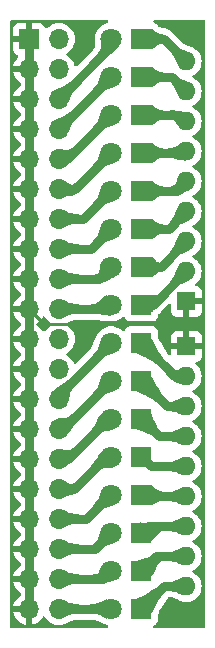
<source format=gbr>
%TF.GenerationSoftware,KiCad,Pcbnew,7.0.7*%
%TF.CreationDate,2023-09-16T00:15:51-05:00*%
%TF.ProjectId,pio-port-blinkenlights,70696f2d-706f-4727-942d-626c696e6b65,rev?*%
%TF.SameCoordinates,Original*%
%TF.FileFunction,Copper,L2,Bot*%
%TF.FilePolarity,Positive*%
%FSLAX46Y46*%
G04 Gerber Fmt 4.6, Leading zero omitted, Abs format (unit mm)*
G04 Created by KiCad (PCBNEW 7.0.7) date 2023-09-16 00:15:51*
%MOMM*%
%LPD*%
G01*
G04 APERTURE LIST*
%TA.AperFunction,ComponentPad*%
%ADD10R,1.800000X1.800000*%
%TD*%
%TA.AperFunction,ComponentPad*%
%ADD11C,1.800000*%
%TD*%
%TA.AperFunction,ComponentPad*%
%ADD12R,1.600000X1.600000*%
%TD*%
%TA.AperFunction,ComponentPad*%
%ADD13O,1.600000X1.600000*%
%TD*%
%TA.AperFunction,ComponentPad*%
%ADD14R,1.700000X1.700000*%
%TD*%
%TA.AperFunction,ComponentPad*%
%ADD15O,1.700000X1.700000*%
%TD*%
%TA.AperFunction,Conductor*%
%ADD16C,0.250000*%
%TD*%
%TA.AperFunction,Conductor*%
%ADD17C,0.800000*%
%TD*%
G04 APERTURE END LIST*
D10*
%TO.P,A3,1,K*%
%TO.N,Net-(A3-K)*%
X106050000Y-71881999D03*
D11*
%TO.P,A3,2,A*%
%TO.N,Net-(A3-A)*%
X103510000Y-71881999D03*
%TD*%
D10*
%TO.P,B6,1,K*%
%TO.N,Net-(B6-K)*%
X106045000Y-107272662D03*
D11*
%TO.P,B6,2,A*%
%TO.N,Net-(B6-A)*%
X103505000Y-107272662D03*
%TD*%
D10*
%TO.P,A4,1,K*%
%TO.N,Net-(A4-K)*%
X106045000Y-75099332D03*
D11*
%TO.P,A4,2,A*%
%TO.N,Net-(A4-A)*%
X103505000Y-75099332D03*
%TD*%
D10*
%TO.P,A6,1,K*%
%TO.N,Net-(A6-K)*%
X106045000Y-81533998D03*
D11*
%TO.P,A6,2,A*%
%TO.N,Net-(A6-A)*%
X103505000Y-81533998D03*
%TD*%
D10*
%TO.P,B3,1,K*%
%TO.N,Net-(B3-K)*%
X106045000Y-97620663D03*
D11*
%TO.P,B3,2,A*%
%TO.N,Net-(B3-A)*%
X103505000Y-97620663D03*
%TD*%
D10*
%TO.P,A5,1,K*%
%TO.N,Net-(A5-K)*%
X106050000Y-78316665D03*
D11*
%TO.P,A5,2,A*%
%TO.N,Net-(A5-A)*%
X103510000Y-78316665D03*
%TD*%
D10*
%TO.P,A1,1,K*%
%TO.N,Net-(A1-K)*%
X106045000Y-65447333D03*
D11*
%TO.P,A1,2,A*%
%TO.N,Net-(A1-A)*%
X103505000Y-65447333D03*
%TD*%
D10*
%TO.P,B7,1,K*%
%TO.N,Net-(B7-K)*%
X106045000Y-110490000D03*
D11*
%TO.P,B7,2,A*%
%TO.N,Net-(B7-A)*%
X103505000Y-110490000D03*
%TD*%
D12*
%TO.P,RN2,1,common*%
%TO.N,GND*%
X109855000Y-88265000D03*
D13*
%TO.P,RN2,2,R1*%
%TO.N,Net-(B0-K)*%
X109855000Y-90805000D03*
%TO.P,RN2,3,R2*%
%TO.N,Net-(B1-K)*%
X109855000Y-93345000D03*
%TO.P,RN2,4,R3*%
%TO.N,Net-(B2-K)*%
X109855000Y-95885000D03*
%TO.P,RN2,5,R4*%
%TO.N,Net-(B3-K)*%
X109855000Y-98425000D03*
%TO.P,RN2,6,R5*%
%TO.N,Net-(B4-K)*%
X109855000Y-100965000D03*
%TO.P,RN2,7,R6*%
%TO.N,Net-(B5-K)*%
X109855000Y-103505000D03*
%TO.P,RN2,8,R7*%
%TO.N,Net-(B6-K)*%
X109855000Y-106045000D03*
%TO.P,RN2,9,R8*%
%TO.N,Net-(B7-K)*%
X109855000Y-108585000D03*
%TD*%
D10*
%TO.P,B1,1,K*%
%TO.N,Net-(B1-K)*%
X106050000Y-91185997D03*
D11*
%TO.P,B1,2,A*%
%TO.N,Net-(B1-A)*%
X103510000Y-91185997D03*
%TD*%
D10*
%TO.P,B4,1,K*%
%TO.N,Net-(B4-K)*%
X106050000Y-100837996D03*
D11*
%TO.P,B4,2,A*%
%TO.N,Net-(B4-A)*%
X103510000Y-100837996D03*
%TD*%
D10*
%TO.P,A0,1,K*%
%TO.N,Net-(A0-K)*%
X106045000Y-62230000D03*
D11*
%TO.P,A0,2,A*%
%TO.N,Net-(A0-A)*%
X103505000Y-62230000D03*
%TD*%
D12*
%TO.P,RN1,1,common*%
%TO.N,GND*%
X109855000Y-84455000D03*
D13*
%TO.P,RN1,2,R1*%
%TO.N,Net-(A7-K)*%
X109855000Y-81915000D03*
%TO.P,RN1,3,R2*%
%TO.N,Net-(A6-K)*%
X109855000Y-79375000D03*
%TO.P,RN1,4,R3*%
%TO.N,Net-(A5-K)*%
X109855000Y-76835000D03*
%TO.P,RN1,5,R4*%
%TO.N,Net-(A4-K)*%
X109855000Y-74295000D03*
%TO.P,RN1,6,R5*%
%TO.N,Net-(A3-K)*%
X109855000Y-71755000D03*
%TO.P,RN1,7,R6*%
%TO.N,Net-(A2-K)*%
X109855000Y-69215000D03*
%TO.P,RN1,8,R7*%
%TO.N,Net-(A1-K)*%
X109855000Y-66675000D03*
%TO.P,RN1,9,R8*%
%TO.N,Net-(A0-K)*%
X109855000Y-64135000D03*
%TD*%
D10*
%TO.P,A7,1,K*%
%TO.N,Net-(A7-K)*%
X106045000Y-84751331D03*
D11*
%TO.P,A7,2,A*%
%TO.N,Net-(A7-A)*%
X103505000Y-84751331D03*
%TD*%
D10*
%TO.P,B5,1,K*%
%TO.N,Net-(B5-K)*%
X106045000Y-104055329D03*
D11*
%TO.P,B5,2,A*%
%TO.N,Net-(B5-A)*%
X103505000Y-104055329D03*
%TD*%
D10*
%TO.P,B0,1,K*%
%TO.N,Net-(B0-K)*%
X106045000Y-87968664D03*
D11*
%TO.P,B0,2,A*%
%TO.N,Net-(B0-A)*%
X103505000Y-87968664D03*
%TD*%
D10*
%TO.P,B2,1,K*%
%TO.N,Net-(B2-K)*%
X106045000Y-94403330D03*
D11*
%TO.P,B2,2,A*%
%TO.N,Net-(B2-A)*%
X103505000Y-94403330D03*
%TD*%
D10*
%TO.P,A2,1,K*%
%TO.N,Net-(A2-K)*%
X106045000Y-68664666D03*
D11*
%TO.P,A2,2,A*%
%TO.N,Net-(A2-A)*%
X103505000Y-68664666D03*
%TD*%
D14*
%TO.P,J5,1,Pin_1*%
%TO.N,GND*%
X96520000Y-62230000D03*
D15*
%TO.P,J5,2,Pin_2*%
%TO.N,unconnected-(J5-Pin_2-Pad2)*%
X99060000Y-62230000D03*
%TO.P,J5,3,Pin_3*%
%TO.N,GND*%
X96520000Y-64770000D03*
%TO.P,J5,4,Pin_4*%
%TO.N,unconnected-(J5-Pin_4-Pad4)*%
X99060000Y-64770000D03*
%TO.P,J5,5,Pin_5*%
%TO.N,GND*%
X96520000Y-67310000D03*
%TO.P,J5,6,Pin_6*%
%TO.N,Net-(A0-A)*%
X99060000Y-67310000D03*
%TO.P,J5,7,Pin_7*%
%TO.N,GND*%
X96520000Y-69850000D03*
%TO.P,J5,8,Pin_8*%
%TO.N,Net-(A1-A)*%
X99060000Y-69850000D03*
%TO.P,J5,9,Pin_9*%
%TO.N,GND*%
X96520000Y-72390000D03*
%TO.P,J5,10,Pin_10*%
%TO.N,Net-(A2-A)*%
X99060000Y-72390000D03*
%TO.P,J5,11,Pin_11*%
%TO.N,GND*%
X96520000Y-74930000D03*
%TO.P,J5,12,Pin_12*%
%TO.N,Net-(A3-A)*%
X99060000Y-74930000D03*
%TO.P,J5,13,Pin_13*%
%TO.N,GND*%
X96520000Y-77470000D03*
%TO.P,J5,14,Pin_14*%
%TO.N,Net-(A4-A)*%
X99060000Y-77470000D03*
%TO.P,J5,15,Pin_15*%
%TO.N,GND*%
X96520000Y-80010000D03*
%TO.P,J5,16,Pin_16*%
%TO.N,Net-(A5-A)*%
X99060000Y-80010000D03*
%TO.P,J5,17,Pin_17*%
%TO.N,GND*%
X96520000Y-82550000D03*
%TO.P,J5,18,Pin_18*%
%TO.N,Net-(A6-A)*%
X99060000Y-82550000D03*
%TO.P,J5,19,Pin_19*%
%TO.N,GND*%
X96520000Y-85090000D03*
%TO.P,J5,20,Pin_20*%
%TO.N,Net-(A7-A)*%
X99060000Y-85090000D03*
%TO.P,J5,21,Pin_21*%
%TO.N,GND*%
X96520000Y-87630000D03*
%TO.P,J5,22,Pin_22*%
%TO.N,unconnected-(J5-Pin_22-Pad22)*%
X99060000Y-87630000D03*
%TO.P,J5,23,Pin_23*%
%TO.N,GND*%
X96520000Y-90170000D03*
%TO.P,J5,24,Pin_24*%
%TO.N,unconnected-(J5-Pin_24-Pad24)*%
X99060000Y-90170000D03*
%TO.P,J5,25,Pin_25*%
%TO.N,GND*%
X96520000Y-92710000D03*
%TO.P,J5,26,Pin_26*%
%TO.N,Net-(B0-A)*%
X99060000Y-92710000D03*
%TO.P,J5,27,Pin_27*%
%TO.N,GND*%
X96520000Y-95250000D03*
%TO.P,J5,28,Pin_28*%
%TO.N,Net-(B1-A)*%
X99060000Y-95250000D03*
%TO.P,J5,29,Pin_29*%
%TO.N,GND*%
X96520000Y-97790000D03*
%TO.P,J5,30,Pin_30*%
%TO.N,Net-(B2-A)*%
X99060000Y-97790000D03*
%TO.P,J5,31,Pin_31*%
%TO.N,GND*%
X96520000Y-100330000D03*
%TO.P,J5,32,Pin_32*%
%TO.N,Net-(B3-A)*%
X99060000Y-100330000D03*
%TO.P,J5,33,Pin_33*%
%TO.N,GND*%
X96520000Y-102870000D03*
%TO.P,J5,34,Pin_34*%
%TO.N,Net-(B4-A)*%
X99060000Y-102870000D03*
%TO.P,J5,35,Pin_35*%
%TO.N,GND*%
X96520000Y-105410000D03*
%TO.P,J5,36,Pin_36*%
%TO.N,Net-(B5-A)*%
X99060000Y-105410000D03*
%TO.P,J5,37,Pin_37*%
%TO.N,GND*%
X96520000Y-107950000D03*
%TO.P,J5,38,Pin_38*%
%TO.N,Net-(B6-A)*%
X99060000Y-107950000D03*
%TO.P,J5,39,Pin_39*%
%TO.N,GND*%
X96520000Y-110490000D03*
%TO.P,J5,40,Pin_40*%
%TO.N,Net-(B7-A)*%
X99060000Y-110490000D03*
%TD*%
D16*
%TO.N,GND*%
X97790000Y-86360000D02*
X100584000Y-86360000D01*
X96520000Y-85090000D02*
X97790000Y-86360000D01*
D17*
X96520000Y-62230000D02*
X96520000Y-110490000D01*
%TO.N,Net-(A0-A)*%
X99060000Y-67310000D02*
X103505000Y-62865000D01*
X103505000Y-62865000D02*
X103505000Y-62230000D01*
%TO.N,Net-(A0-K)*%
X106045000Y-62230000D02*
X107950000Y-62230000D01*
X107950000Y-62230000D02*
X109855000Y-64135000D01*
%TO.N,Net-(A1-A)*%
X99060000Y-69850000D02*
X99102333Y-69850000D01*
X99102333Y-69850000D02*
X103505000Y-65447333D01*
%TO.N,Net-(A1-K)*%
X106045000Y-65447333D02*
X108627333Y-65447333D01*
X108627333Y-65447333D02*
X109855000Y-66675000D01*
%TO.N,Net-(A2-A)*%
X99060000Y-72390000D02*
X99779666Y-72390000D01*
X99779666Y-72390000D02*
X103505000Y-68664666D01*
%TO.N,Net-(A2-K)*%
X109304666Y-68664666D02*
X109855000Y-69215000D01*
X106045000Y-68664666D02*
X109304666Y-68664666D01*
%TO.N,Net-(A3-A)*%
X100461999Y-74930000D02*
X103510000Y-71881999D01*
X99060000Y-74930000D02*
X100461999Y-74930000D01*
%TO.N,Net-(A3-K)*%
X106050000Y-71881999D02*
X109728001Y-71881999D01*
X109728001Y-71881999D02*
X109855000Y-71755000D01*
%TO.N,Net-(A4-A)*%
X101134332Y-77470000D02*
X103505000Y-75099332D01*
X99060000Y-77470000D02*
X101134332Y-77470000D01*
%TO.N,Net-(A4-K)*%
X106045000Y-75099332D02*
X109050668Y-75099332D01*
X109050668Y-75099332D02*
X109855000Y-74295000D01*
%TO.N,Net-(A5-A)*%
X99060000Y-80010000D02*
X101816665Y-80010000D01*
X101816665Y-80010000D02*
X103510000Y-78316665D01*
%TO.N,Net-(A5-K)*%
X106050000Y-78316665D02*
X108373335Y-78316665D01*
X108373335Y-78316665D02*
X109855000Y-76835000D01*
%TO.N,Net-(A6-A)*%
X102488998Y-82550000D02*
X103505000Y-81533998D01*
X99060000Y-82550000D02*
X102488998Y-82550000D01*
%TO.N,Net-(A6-K)*%
X106045000Y-81533998D02*
X107696002Y-81533998D01*
X107696002Y-81533998D02*
X109855000Y-79375000D01*
%TO.N,Net-(A7-A)*%
X103166331Y-85090000D02*
X103505000Y-84751331D01*
X99060000Y-85090000D02*
X103166331Y-85090000D01*
%TO.N,Net-(A7-K)*%
X107018669Y-84751331D02*
X109855000Y-81915000D01*
X106045000Y-84751331D02*
X107018669Y-84751331D01*
%TO.N,Net-(B0-A)*%
X99060000Y-92710000D02*
X99060000Y-92413664D01*
X99060000Y-92413664D02*
X103505000Y-87968664D01*
%TO.N,Net-(B0-K)*%
X109855000Y-90805000D02*
X108881336Y-90805000D01*
X108881336Y-90805000D02*
X106045000Y-87968664D01*
%TO.N,Net-(B1-A)*%
X99445997Y-95250000D02*
X103510000Y-91185997D01*
X99060000Y-95250000D02*
X99445997Y-95250000D01*
%TO.N,Net-(B1-K)*%
X108209003Y-93345000D02*
X106050000Y-91185997D01*
X109855000Y-93345000D02*
X108209003Y-93345000D01*
%TO.N,Net-(B2-A)*%
X103208670Y-94403330D02*
X103505000Y-94403330D01*
X99060000Y-97790000D02*
X99822000Y-97790000D01*
X99822000Y-97790000D02*
X103208670Y-94403330D01*
%TO.N,Net-(B2-K)*%
X109855000Y-95885000D02*
X107526670Y-95885000D01*
X107526670Y-95885000D02*
X106045000Y-94403330D01*
%TO.N,Net-(B3-A)*%
X103039337Y-97620663D02*
X103505000Y-97620663D01*
X100330000Y-100330000D02*
X103039337Y-97620663D01*
X99060000Y-100330000D02*
X100330000Y-100330000D01*
%TO.N,Net-(B3-K)*%
X106849337Y-98425000D02*
X106045000Y-97620663D01*
X109855000Y-98425000D02*
X106849337Y-98425000D01*
%TO.N,Net-(B4-A)*%
X101346000Y-102870000D02*
X99060000Y-102870000D01*
X103510000Y-100837996D02*
X103378004Y-100837996D01*
X103378004Y-100837996D02*
X101346000Y-102870000D01*
%TO.N,Net-(B4-K)*%
X109855000Y-100965000D02*
X106177004Y-100965000D01*
X106177004Y-100965000D02*
X106050000Y-100837996D01*
%TO.N,Net-(B5-A)*%
X99060000Y-105410000D02*
X102150329Y-105410000D01*
X102150329Y-105410000D02*
X103505000Y-104055329D01*
%TO.N,Net-(B5-K)*%
X109855000Y-103505000D02*
X106595329Y-103505000D01*
X106595329Y-103505000D02*
X106045000Y-104055329D01*
%TO.N,Net-(B6-A)*%
X99060000Y-107950000D02*
X102827662Y-107950000D01*
X102827662Y-107950000D02*
X103505000Y-107272662D01*
%TO.N,Net-(B6-K)*%
X107272662Y-106045000D02*
X106045000Y-107272662D01*
X109855000Y-106045000D02*
X107272662Y-106045000D01*
%TO.N,Net-(B7-A)*%
X99060000Y-110490000D02*
X103505000Y-110490000D01*
%TO.N,Net-(B7-K)*%
X109855000Y-108585000D02*
X107950000Y-108585000D01*
X107950000Y-108585000D02*
X106045000Y-110490000D01*
%TD*%
%TA.AperFunction,Conductor*%
%TO.N,GND*%
G36*
X103189476Y-60645185D02*
G01*
X103235231Y-60697989D01*
X103245175Y-60767147D01*
X103216150Y-60830703D01*
X103162700Y-60866781D01*
X102940504Y-60943061D01*
X102940495Y-60943064D01*
X102736371Y-61053531D01*
X102736365Y-61053535D01*
X102553222Y-61196081D01*
X102553219Y-61196084D01*
X102553216Y-61196086D01*
X102553216Y-61196087D01*
X102508319Y-61244858D01*
X102396016Y-61366852D01*
X102269075Y-61561151D01*
X102175842Y-61773699D01*
X102118866Y-61998691D01*
X102118864Y-61998702D01*
X102099700Y-62229992D01*
X102099700Y-62230003D01*
X102101040Y-62246188D01*
X102100960Y-62267577D01*
X102100845Y-62268848D01*
X102100845Y-62268852D01*
X102100845Y-62268855D01*
X102111950Y-62480000D01*
X102117323Y-62582165D01*
X102118169Y-62593827D01*
X102139074Y-62806853D01*
X102139320Y-62815420D01*
X102136902Y-62875305D01*
X102128233Y-62916107D01*
X102123713Y-62927478D01*
X102104266Y-62960424D01*
X101980998Y-63110353D01*
X101965739Y-63130060D01*
X101960553Y-63135947D01*
X100582190Y-64514309D01*
X100520867Y-64547794D01*
X100451175Y-64542810D01*
X100395242Y-64500938D01*
X100374734Y-64458721D01*
X100333905Y-64306344D01*
X100333904Y-64306343D01*
X100333903Y-64306337D01*
X100234035Y-64092171D01*
X100231606Y-64088701D01*
X100098494Y-63898597D01*
X99931402Y-63731506D01*
X99931396Y-63731501D01*
X99745842Y-63601575D01*
X99702217Y-63546998D01*
X99695023Y-63477500D01*
X99726546Y-63415145D01*
X99745842Y-63398425D01*
X99892318Y-63295861D01*
X99931401Y-63268495D01*
X100098495Y-63101401D01*
X100234035Y-62907830D01*
X100333903Y-62693663D01*
X100395063Y-62465408D01*
X100415659Y-62230000D01*
X100395063Y-61994592D01*
X100333903Y-61766337D01*
X100234035Y-61552171D01*
X100229745Y-61546043D01*
X100098494Y-61358597D01*
X99931402Y-61191506D01*
X99931395Y-61191501D01*
X99737834Y-61055967D01*
X99737830Y-61055965D01*
X99666727Y-61022809D01*
X99523663Y-60956097D01*
X99523659Y-60956096D01*
X99523655Y-60956094D01*
X99295413Y-60894938D01*
X99295403Y-60894936D01*
X99060001Y-60874341D01*
X99059999Y-60874341D01*
X98824596Y-60894936D01*
X98824586Y-60894938D01*
X98596344Y-60956094D01*
X98596335Y-60956098D01*
X98382171Y-61055964D01*
X98382169Y-61055965D01*
X98188600Y-61191503D01*
X98066284Y-61313819D01*
X98004961Y-61347303D01*
X97935269Y-61342319D01*
X97879336Y-61300447D01*
X97862421Y-61269470D01*
X97813354Y-61137913D01*
X97813350Y-61137906D01*
X97727190Y-61022812D01*
X97727187Y-61022809D01*
X97612093Y-60936649D01*
X97612086Y-60936645D01*
X97477379Y-60886403D01*
X97477372Y-60886401D01*
X97417844Y-60880000D01*
X96770000Y-60880000D01*
X96770000Y-61617698D01*
X96750315Y-61684737D01*
X96697511Y-61730492D01*
X96628355Y-61740436D01*
X96555766Y-61730000D01*
X96555763Y-61730000D01*
X96484237Y-61730000D01*
X96484233Y-61730000D01*
X96411645Y-61740436D01*
X96342487Y-61730492D01*
X96289684Y-61684736D01*
X96270000Y-61617698D01*
X96270000Y-60880000D01*
X95622155Y-60880000D01*
X95562627Y-60886401D01*
X95562620Y-60886403D01*
X95427913Y-60936645D01*
X95427906Y-60936649D01*
X95312812Y-61022809D01*
X95312809Y-61022812D01*
X95226649Y-61137906D01*
X95226645Y-61137913D01*
X95176403Y-61272620D01*
X95176401Y-61272627D01*
X95170000Y-61332155D01*
X95170000Y-61332172D01*
X95169999Y-61979999D01*
X95170000Y-61980000D01*
X95906653Y-61980000D01*
X95973692Y-61999685D01*
X96019447Y-62052489D01*
X96029391Y-62121647D01*
X96025631Y-62138933D01*
X96020000Y-62158111D01*
X96020000Y-62301888D01*
X96025631Y-62321067D01*
X96025630Y-62390936D01*
X95987855Y-62449714D01*
X95924299Y-62478738D01*
X95906653Y-62480000D01*
X95170000Y-62480000D01*
X95170000Y-63127844D01*
X95176401Y-63187372D01*
X95176403Y-63187379D01*
X95226645Y-63322086D01*
X95226649Y-63322093D01*
X95312809Y-63437187D01*
X95312812Y-63437190D01*
X95427906Y-63523350D01*
X95427913Y-63523354D01*
X95559986Y-63572614D01*
X95615920Y-63614485D01*
X95640337Y-63679949D01*
X95625486Y-63748222D01*
X95604335Y-63776477D01*
X95481886Y-63898926D01*
X95346400Y-64092420D01*
X95346399Y-64092422D01*
X95246570Y-64306507D01*
X95246567Y-64306513D01*
X95189364Y-64519999D01*
X95189364Y-64520000D01*
X95906653Y-64520000D01*
X95973692Y-64539685D01*
X96019447Y-64592489D01*
X96029391Y-64661647D01*
X96025631Y-64678933D01*
X96020000Y-64698111D01*
X96020000Y-64841888D01*
X96025631Y-64861067D01*
X96025630Y-64930936D01*
X95987855Y-64989714D01*
X95924299Y-65018738D01*
X95906653Y-65020000D01*
X95189364Y-65020000D01*
X95246567Y-65233486D01*
X95246570Y-65233492D01*
X95346399Y-65447578D01*
X95481894Y-65641082D01*
X95648917Y-65808105D01*
X95835031Y-65938425D01*
X95878656Y-65993003D01*
X95885848Y-66062501D01*
X95854326Y-66124856D01*
X95835031Y-66141575D01*
X95648922Y-66271890D01*
X95648920Y-66271891D01*
X95481891Y-66438920D01*
X95481886Y-66438926D01*
X95346400Y-66632420D01*
X95346399Y-66632422D01*
X95246570Y-66846507D01*
X95246567Y-66846513D01*
X95189364Y-67059999D01*
X95189364Y-67060000D01*
X95906653Y-67060000D01*
X95973692Y-67079685D01*
X96019447Y-67132489D01*
X96029391Y-67201647D01*
X96025631Y-67218933D01*
X96020000Y-67238111D01*
X96020000Y-67381889D01*
X96023607Y-67394175D01*
X96025631Y-67401067D01*
X96025630Y-67470936D01*
X95987855Y-67529714D01*
X95924299Y-67558738D01*
X95906653Y-67560000D01*
X95189364Y-67560000D01*
X95246567Y-67773486D01*
X95246570Y-67773492D01*
X95346399Y-67987578D01*
X95481894Y-68181082D01*
X95648917Y-68348105D01*
X95835031Y-68478425D01*
X95878656Y-68533003D01*
X95885848Y-68602501D01*
X95854326Y-68664856D01*
X95835031Y-68681575D01*
X95648922Y-68811890D01*
X95648920Y-68811891D01*
X95481891Y-68978920D01*
X95481886Y-68978926D01*
X95346400Y-69172420D01*
X95346399Y-69172422D01*
X95246570Y-69386507D01*
X95246567Y-69386513D01*
X95189364Y-69599999D01*
X95189364Y-69600000D01*
X95906653Y-69600000D01*
X95973692Y-69619685D01*
X96019447Y-69672489D01*
X96029391Y-69741647D01*
X96025631Y-69758933D01*
X96020000Y-69778111D01*
X96020000Y-69921889D01*
X96020095Y-69922212D01*
X96025631Y-69941067D01*
X96025630Y-70010936D01*
X95987855Y-70069714D01*
X95924299Y-70098738D01*
X95906653Y-70100000D01*
X95189364Y-70100000D01*
X95246567Y-70313486D01*
X95246570Y-70313492D01*
X95346399Y-70527578D01*
X95481894Y-70721082D01*
X95648917Y-70888105D01*
X95835031Y-71018425D01*
X95878656Y-71073003D01*
X95885848Y-71142501D01*
X95854326Y-71204856D01*
X95835031Y-71221575D01*
X95648922Y-71351890D01*
X95648920Y-71351891D01*
X95481891Y-71518920D01*
X95481886Y-71518926D01*
X95346400Y-71712420D01*
X95346399Y-71712422D01*
X95246570Y-71926507D01*
X95246567Y-71926513D01*
X95189364Y-72139999D01*
X95189364Y-72140000D01*
X95906653Y-72140000D01*
X95973692Y-72159685D01*
X96019447Y-72212489D01*
X96029391Y-72281647D01*
X96025631Y-72298933D01*
X96020000Y-72318111D01*
X96020000Y-72461888D01*
X96025631Y-72481067D01*
X96025630Y-72550936D01*
X95987855Y-72609714D01*
X95924299Y-72638738D01*
X95906653Y-72640000D01*
X95189364Y-72640000D01*
X95246567Y-72853486D01*
X95246570Y-72853492D01*
X95346399Y-73067578D01*
X95481894Y-73261082D01*
X95648917Y-73428105D01*
X95835031Y-73558425D01*
X95878656Y-73613003D01*
X95885848Y-73682501D01*
X95854326Y-73744856D01*
X95835031Y-73761575D01*
X95648922Y-73891890D01*
X95648920Y-73891891D01*
X95481891Y-74058920D01*
X95481886Y-74058926D01*
X95346400Y-74252420D01*
X95346399Y-74252422D01*
X95246570Y-74466507D01*
X95246567Y-74466513D01*
X95189364Y-74679999D01*
X95189364Y-74680000D01*
X95906653Y-74680000D01*
X95973692Y-74699685D01*
X96019447Y-74752489D01*
X96029391Y-74821647D01*
X96025631Y-74838933D01*
X96020000Y-74858111D01*
X96020000Y-75001888D01*
X96025631Y-75021067D01*
X96025630Y-75090936D01*
X95987855Y-75149714D01*
X95924299Y-75178738D01*
X95906653Y-75180000D01*
X95189364Y-75180000D01*
X95246567Y-75393486D01*
X95246570Y-75393492D01*
X95346399Y-75607578D01*
X95481894Y-75801082D01*
X95648917Y-75968105D01*
X95835031Y-76098425D01*
X95878656Y-76153003D01*
X95885848Y-76222501D01*
X95854326Y-76284856D01*
X95835031Y-76301575D01*
X95648922Y-76431890D01*
X95648920Y-76431891D01*
X95481891Y-76598920D01*
X95481886Y-76598926D01*
X95346400Y-76792420D01*
X95346399Y-76792422D01*
X95246570Y-77006507D01*
X95246567Y-77006513D01*
X95189364Y-77219999D01*
X95189364Y-77220000D01*
X95906653Y-77220000D01*
X95973692Y-77239685D01*
X96019447Y-77292489D01*
X96029391Y-77361647D01*
X96025631Y-77378933D01*
X96020000Y-77398111D01*
X96020000Y-77541888D01*
X96025631Y-77561067D01*
X96025630Y-77630936D01*
X95987855Y-77689714D01*
X95924299Y-77718738D01*
X95906653Y-77720000D01*
X95189364Y-77720000D01*
X95246567Y-77933486D01*
X95246570Y-77933492D01*
X95346399Y-78147578D01*
X95481894Y-78341082D01*
X95648917Y-78508105D01*
X95835031Y-78638425D01*
X95878656Y-78693003D01*
X95885848Y-78762501D01*
X95854326Y-78824856D01*
X95835031Y-78841575D01*
X95648922Y-78971890D01*
X95648920Y-78971891D01*
X95481891Y-79138920D01*
X95481886Y-79138926D01*
X95346400Y-79332420D01*
X95346399Y-79332422D01*
X95246570Y-79546507D01*
X95246567Y-79546513D01*
X95189364Y-79759999D01*
X95189364Y-79760000D01*
X95906653Y-79760000D01*
X95973692Y-79779685D01*
X96019447Y-79832489D01*
X96029391Y-79901647D01*
X96025631Y-79918933D01*
X96020000Y-79938111D01*
X96020000Y-80081888D01*
X96025631Y-80101067D01*
X96025630Y-80170936D01*
X95987855Y-80229714D01*
X95924299Y-80258738D01*
X95906653Y-80260000D01*
X95189364Y-80260000D01*
X95246567Y-80473486D01*
X95246570Y-80473492D01*
X95346399Y-80687578D01*
X95481894Y-80881082D01*
X95648917Y-81048105D01*
X95835031Y-81178425D01*
X95878656Y-81233003D01*
X95885848Y-81302501D01*
X95854326Y-81364856D01*
X95835031Y-81381575D01*
X95648922Y-81511890D01*
X95648920Y-81511891D01*
X95481891Y-81678920D01*
X95481886Y-81678926D01*
X95346400Y-81872420D01*
X95346399Y-81872422D01*
X95246570Y-82086507D01*
X95246567Y-82086513D01*
X95189364Y-82299999D01*
X95189364Y-82300000D01*
X95906653Y-82300000D01*
X95973692Y-82319685D01*
X96019447Y-82372489D01*
X96029391Y-82441647D01*
X96025631Y-82458933D01*
X96020000Y-82478111D01*
X96020000Y-82621888D01*
X96025631Y-82641067D01*
X96025630Y-82710936D01*
X95987855Y-82769714D01*
X95924299Y-82798738D01*
X95906653Y-82800000D01*
X95189364Y-82800000D01*
X95246567Y-83013486D01*
X95246570Y-83013492D01*
X95346399Y-83227578D01*
X95481894Y-83421082D01*
X95648917Y-83588105D01*
X95835031Y-83718425D01*
X95878656Y-83773003D01*
X95885848Y-83842501D01*
X95854326Y-83904856D01*
X95835031Y-83921575D01*
X95648922Y-84051890D01*
X95648920Y-84051891D01*
X95481891Y-84218920D01*
X95481886Y-84218926D01*
X95346400Y-84412420D01*
X95346399Y-84412422D01*
X95246570Y-84626507D01*
X95246567Y-84626513D01*
X95189364Y-84839999D01*
X95189364Y-84840000D01*
X95906653Y-84840000D01*
X95973692Y-84859685D01*
X96019447Y-84912489D01*
X96029391Y-84981647D01*
X96025631Y-84998933D01*
X96020000Y-85018111D01*
X96020000Y-85161888D01*
X96025631Y-85181067D01*
X96025630Y-85250936D01*
X95987855Y-85309714D01*
X95924299Y-85338738D01*
X95906653Y-85340000D01*
X95189364Y-85340000D01*
X95246567Y-85553486D01*
X95246570Y-85553492D01*
X95346399Y-85767578D01*
X95481894Y-85961082D01*
X95648917Y-86128105D01*
X95835031Y-86258425D01*
X95878656Y-86313003D01*
X95885848Y-86382501D01*
X95854326Y-86444856D01*
X95835031Y-86461575D01*
X95648922Y-86591890D01*
X95648920Y-86591891D01*
X95481891Y-86758920D01*
X95481886Y-86758926D01*
X95346400Y-86952420D01*
X95346399Y-86952422D01*
X95246570Y-87166507D01*
X95246567Y-87166513D01*
X95189364Y-87379999D01*
X95189364Y-87380000D01*
X95906653Y-87380000D01*
X95973692Y-87399685D01*
X96019447Y-87452489D01*
X96029391Y-87521647D01*
X96025631Y-87538933D01*
X96020000Y-87558111D01*
X96020000Y-87701888D01*
X96025631Y-87721067D01*
X96025630Y-87790936D01*
X95987855Y-87849714D01*
X95924299Y-87878738D01*
X95906653Y-87880000D01*
X95189364Y-87880000D01*
X95246567Y-88093486D01*
X95246570Y-88093492D01*
X95346399Y-88307578D01*
X95481894Y-88501082D01*
X95648917Y-88668105D01*
X95835031Y-88798425D01*
X95878656Y-88853003D01*
X95885848Y-88922501D01*
X95854326Y-88984856D01*
X95835031Y-89001575D01*
X95648922Y-89131890D01*
X95648920Y-89131891D01*
X95481891Y-89298920D01*
X95481886Y-89298926D01*
X95346400Y-89492420D01*
X95346399Y-89492422D01*
X95246570Y-89706507D01*
X95246567Y-89706513D01*
X95189364Y-89919999D01*
X95189364Y-89920000D01*
X95906653Y-89920000D01*
X95973692Y-89939685D01*
X96019447Y-89992489D01*
X96029391Y-90061647D01*
X96025631Y-90078933D01*
X96020000Y-90098111D01*
X96020000Y-90241888D01*
X96025631Y-90261067D01*
X96025630Y-90330936D01*
X95987855Y-90389714D01*
X95924299Y-90418738D01*
X95906653Y-90420000D01*
X95189364Y-90420000D01*
X95246567Y-90633486D01*
X95246570Y-90633492D01*
X95346399Y-90847578D01*
X95481894Y-91041082D01*
X95648917Y-91208105D01*
X95835031Y-91338425D01*
X95878656Y-91393003D01*
X95885848Y-91462501D01*
X95854326Y-91524856D01*
X95835031Y-91541575D01*
X95648922Y-91671890D01*
X95648920Y-91671891D01*
X95481891Y-91838920D01*
X95481886Y-91838926D01*
X95346400Y-92032420D01*
X95346399Y-92032422D01*
X95246570Y-92246507D01*
X95246567Y-92246513D01*
X95189364Y-92459999D01*
X95189364Y-92460000D01*
X95906653Y-92460000D01*
X95973692Y-92479685D01*
X96019447Y-92532489D01*
X96029391Y-92601647D01*
X96025631Y-92618933D01*
X96020000Y-92638111D01*
X96020000Y-92781888D01*
X96025631Y-92801067D01*
X96025630Y-92870936D01*
X95987855Y-92929714D01*
X95924299Y-92958738D01*
X95906653Y-92960000D01*
X95189364Y-92960000D01*
X95246567Y-93173486D01*
X95246570Y-93173492D01*
X95346399Y-93387578D01*
X95481894Y-93581082D01*
X95648917Y-93748105D01*
X95835031Y-93878425D01*
X95878656Y-93933003D01*
X95885848Y-94002501D01*
X95854326Y-94064856D01*
X95835031Y-94081575D01*
X95648922Y-94211890D01*
X95648920Y-94211891D01*
X95481891Y-94378920D01*
X95481886Y-94378926D01*
X95346400Y-94572420D01*
X95346399Y-94572422D01*
X95246570Y-94786507D01*
X95246567Y-94786513D01*
X95189364Y-94999999D01*
X95189364Y-95000000D01*
X95906653Y-95000000D01*
X95973692Y-95019685D01*
X96019447Y-95072489D01*
X96029391Y-95141647D01*
X96025631Y-95158933D01*
X96020000Y-95178111D01*
X96020000Y-95321888D01*
X96025631Y-95341067D01*
X96025630Y-95410936D01*
X95987855Y-95469714D01*
X95924299Y-95498738D01*
X95906653Y-95500000D01*
X95189364Y-95500000D01*
X95246567Y-95713486D01*
X95246570Y-95713492D01*
X95346399Y-95927578D01*
X95481894Y-96121082D01*
X95648917Y-96288105D01*
X95835031Y-96418425D01*
X95878656Y-96473003D01*
X95885848Y-96542501D01*
X95854326Y-96604856D01*
X95835031Y-96621575D01*
X95648922Y-96751890D01*
X95648920Y-96751891D01*
X95481891Y-96918920D01*
X95481886Y-96918926D01*
X95346400Y-97112420D01*
X95346399Y-97112422D01*
X95246570Y-97326507D01*
X95246567Y-97326513D01*
X95189364Y-97539999D01*
X95189364Y-97540000D01*
X95906653Y-97540000D01*
X95973692Y-97559685D01*
X96019447Y-97612489D01*
X96029391Y-97681647D01*
X96025631Y-97698933D01*
X96020000Y-97718111D01*
X96020000Y-97861888D01*
X96025631Y-97881067D01*
X96025630Y-97950936D01*
X95987855Y-98009714D01*
X95924299Y-98038738D01*
X95906653Y-98040000D01*
X95189364Y-98040000D01*
X95246567Y-98253486D01*
X95246570Y-98253492D01*
X95346399Y-98467578D01*
X95481894Y-98661082D01*
X95648917Y-98828105D01*
X95835031Y-98958425D01*
X95878656Y-99013003D01*
X95885848Y-99082501D01*
X95854326Y-99144856D01*
X95835031Y-99161575D01*
X95648922Y-99291890D01*
X95648920Y-99291891D01*
X95481891Y-99458920D01*
X95481886Y-99458926D01*
X95346400Y-99652420D01*
X95346399Y-99652422D01*
X95246570Y-99866507D01*
X95246567Y-99866513D01*
X95189364Y-100079999D01*
X95189364Y-100080000D01*
X95906653Y-100080000D01*
X95973692Y-100099685D01*
X96019447Y-100152489D01*
X96029391Y-100221647D01*
X96025631Y-100238933D01*
X96020000Y-100258111D01*
X96020000Y-100401888D01*
X96025631Y-100421067D01*
X96025630Y-100490936D01*
X95987855Y-100549714D01*
X95924299Y-100578738D01*
X95906653Y-100580000D01*
X95189364Y-100580000D01*
X95246567Y-100793486D01*
X95246570Y-100793492D01*
X95346399Y-101007578D01*
X95481894Y-101201082D01*
X95648917Y-101368105D01*
X95835031Y-101498425D01*
X95878656Y-101553003D01*
X95885848Y-101622501D01*
X95854326Y-101684856D01*
X95835031Y-101701575D01*
X95648922Y-101831890D01*
X95648920Y-101831891D01*
X95481891Y-101998920D01*
X95481886Y-101998926D01*
X95346400Y-102192420D01*
X95346399Y-102192422D01*
X95246570Y-102406507D01*
X95246567Y-102406513D01*
X95189364Y-102619999D01*
X95189364Y-102620000D01*
X95906653Y-102620000D01*
X95973692Y-102639685D01*
X96019447Y-102692489D01*
X96029391Y-102761647D01*
X96025631Y-102778933D01*
X96020000Y-102798111D01*
X96020000Y-102941888D01*
X96025631Y-102961067D01*
X96025630Y-103030936D01*
X95987855Y-103089714D01*
X95924299Y-103118738D01*
X95906653Y-103120000D01*
X95189364Y-103120000D01*
X95246567Y-103333486D01*
X95246570Y-103333492D01*
X95346399Y-103547578D01*
X95481894Y-103741082D01*
X95648917Y-103908105D01*
X95835031Y-104038425D01*
X95878656Y-104093003D01*
X95885848Y-104162501D01*
X95854326Y-104224856D01*
X95835031Y-104241575D01*
X95648922Y-104371890D01*
X95648920Y-104371891D01*
X95481891Y-104538920D01*
X95481886Y-104538926D01*
X95346400Y-104732420D01*
X95346399Y-104732422D01*
X95246570Y-104946507D01*
X95246567Y-104946513D01*
X95189364Y-105159999D01*
X95189364Y-105160000D01*
X95906653Y-105160000D01*
X95973692Y-105179685D01*
X96019447Y-105232489D01*
X96029391Y-105301647D01*
X96025631Y-105318933D01*
X96020000Y-105338111D01*
X96020000Y-105481888D01*
X96025631Y-105501067D01*
X96025630Y-105570936D01*
X95987855Y-105629714D01*
X95924299Y-105658738D01*
X95906653Y-105660000D01*
X95189364Y-105660000D01*
X95246567Y-105873486D01*
X95246570Y-105873492D01*
X95346399Y-106087578D01*
X95481894Y-106281082D01*
X95648917Y-106448105D01*
X95835031Y-106578425D01*
X95878656Y-106633003D01*
X95885848Y-106702501D01*
X95854326Y-106764856D01*
X95835031Y-106781575D01*
X95648922Y-106911890D01*
X95648920Y-106911891D01*
X95481891Y-107078920D01*
X95481886Y-107078926D01*
X95346400Y-107272420D01*
X95346399Y-107272422D01*
X95246570Y-107486507D01*
X95246567Y-107486513D01*
X95189364Y-107699999D01*
X95189364Y-107700000D01*
X95906653Y-107700000D01*
X95973692Y-107719685D01*
X96019447Y-107772489D01*
X96029391Y-107841647D01*
X96025631Y-107858933D01*
X96020000Y-107878111D01*
X96020000Y-108021888D01*
X96025631Y-108041067D01*
X96025630Y-108110936D01*
X95987855Y-108169714D01*
X95924299Y-108198738D01*
X95906653Y-108200000D01*
X95189364Y-108200000D01*
X95246567Y-108413486D01*
X95246570Y-108413492D01*
X95346399Y-108627578D01*
X95481894Y-108821082D01*
X95648917Y-108988105D01*
X95835031Y-109118425D01*
X95878656Y-109173003D01*
X95885848Y-109242501D01*
X95854326Y-109304856D01*
X95835031Y-109321575D01*
X95648922Y-109451890D01*
X95648920Y-109451891D01*
X95481891Y-109618920D01*
X95481886Y-109618926D01*
X95346400Y-109812420D01*
X95346399Y-109812422D01*
X95246570Y-110026507D01*
X95246567Y-110026513D01*
X95189364Y-110239999D01*
X95189364Y-110240000D01*
X95906653Y-110240000D01*
X95973692Y-110259685D01*
X96019447Y-110312489D01*
X96029391Y-110381647D01*
X96025631Y-110398933D01*
X96020000Y-110418111D01*
X96020000Y-110561888D01*
X96025631Y-110581067D01*
X96025630Y-110650936D01*
X95987855Y-110709714D01*
X95924299Y-110738738D01*
X95906653Y-110740000D01*
X95189364Y-110740000D01*
X95246567Y-110953486D01*
X95246570Y-110953492D01*
X95346399Y-111167578D01*
X95481894Y-111361082D01*
X95648917Y-111528105D01*
X95842421Y-111663600D01*
X96056507Y-111763429D01*
X96056516Y-111763433D01*
X96270000Y-111820634D01*
X96270000Y-111102301D01*
X96289685Y-111035262D01*
X96342489Y-110989507D01*
X96411647Y-110979563D01*
X96484237Y-110990000D01*
X96484238Y-110990000D01*
X96555762Y-110990000D01*
X96555763Y-110990000D01*
X96628353Y-110979563D01*
X96697512Y-110989507D01*
X96750315Y-111035262D01*
X96770000Y-111102301D01*
X96770000Y-111820633D01*
X96983483Y-111763433D01*
X96983492Y-111763429D01*
X97197578Y-111663600D01*
X97391082Y-111528105D01*
X97558105Y-111361082D01*
X97688119Y-111175405D01*
X97742696Y-111131781D01*
X97812195Y-111124588D01*
X97874549Y-111156110D01*
X97891269Y-111175405D01*
X98021505Y-111361401D01*
X98188599Y-111528495D01*
X98277861Y-111590997D01*
X98382165Y-111664032D01*
X98382167Y-111664033D01*
X98382170Y-111664035D01*
X98596337Y-111763903D01*
X98824592Y-111825063D01*
X99012918Y-111841539D01*
X99059999Y-111845659D01*
X99060000Y-111845659D01*
X99060001Y-111845659D01*
X99099234Y-111842226D01*
X99295408Y-111825063D01*
X99523663Y-111763903D01*
X99565836Y-111744236D01*
X99584728Y-111737231D01*
X99600741Y-111732737D01*
X99921129Y-111590997D01*
X99998085Y-111555491D01*
X100137267Y-111491275D01*
X100142388Y-111489184D01*
X100276772Y-111441180D01*
X100297286Y-111435779D01*
X100455473Y-111408347D01*
X100463634Y-111407484D01*
X100768527Y-111395552D01*
X100769297Y-111395488D01*
X100818400Y-111391408D01*
X100818419Y-111391644D01*
X100831375Y-111390500D01*
X101655415Y-111390500D01*
X101678591Y-111392685D01*
X101683947Y-111393703D01*
X101693330Y-111395489D01*
X102011285Y-111409870D01*
X102029404Y-111412034D01*
X102191193Y-111443579D01*
X102212453Y-111449737D01*
X102292598Y-111480949D01*
X102359001Y-111506809D01*
X102363602Y-111508819D01*
X102598583Y-111623008D01*
X102695222Y-111666470D01*
X102936719Y-111775080D01*
X102940260Y-111776832D01*
X102941844Y-111777527D01*
X102943284Y-111778083D01*
X102949883Y-111780927D01*
X102949880Y-111780926D01*
X102975385Y-111790140D01*
X103007009Y-111801566D01*
X103007018Y-111801567D01*
X103013122Y-111803096D01*
X103013077Y-111803272D01*
X103027045Y-111806647D01*
X103134012Y-111843369D01*
X103162701Y-111853219D01*
X103219716Y-111893605D01*
X103245846Y-111958405D01*
X103232794Y-112027045D01*
X103184705Y-112077732D01*
X103122437Y-112094500D01*
X95039500Y-112094500D01*
X94972461Y-112074815D01*
X94926706Y-112022011D01*
X94915500Y-111970500D01*
X94915500Y-60749500D01*
X94935185Y-60682461D01*
X94987989Y-60636706D01*
X95039500Y-60625500D01*
X103122437Y-60625500D01*
X103189476Y-60645185D01*
G37*
%TD.AperFunction*%
%TA.AperFunction,Conductor*%
G36*
X111402539Y-60645185D02*
G01*
X111448294Y-60697989D01*
X111459500Y-60749500D01*
X111459500Y-111970500D01*
X111439815Y-112037539D01*
X111387011Y-112083294D01*
X111335500Y-112094500D01*
X107175643Y-112094500D01*
X107108604Y-112074815D01*
X107062849Y-112022011D01*
X107052905Y-111952853D01*
X107081930Y-111889297D01*
X107132310Y-111854318D01*
X107187328Y-111833797D01*
X107187327Y-111833797D01*
X107187331Y-111833796D01*
X107302546Y-111747546D01*
X107388796Y-111632331D01*
X107439091Y-111497483D01*
X107445500Y-111437873D01*
X107445499Y-111015767D01*
X107457588Y-110962364D01*
X107525144Y-110820798D01*
X107581549Y-110702597D01*
X107757356Y-110362866D01*
X107931331Y-110055062D01*
X108102154Y-109780711D01*
X108103818Y-109778181D01*
X108263432Y-109547876D01*
X108277656Y-109530842D01*
X108277797Y-109530701D01*
X108339118Y-109497218D01*
X108369464Y-109494448D01*
X108537872Y-109499873D01*
X108545023Y-109500519D01*
X108696029Y-109523046D01*
X108715655Y-109527631D01*
X108837842Y-109566888D01*
X108843537Y-109569033D01*
X109039978Y-109654270D01*
X109039979Y-109654270D01*
X109336827Y-109783137D01*
X109336826Y-109783136D01*
X109380921Y-109799141D01*
X109385950Y-109801221D01*
X109408504Y-109811739D01*
X109408509Y-109811740D01*
X109408511Y-109811741D01*
X109411053Y-109812422D01*
X109628308Y-109870635D01*
X109790230Y-109884801D01*
X109854998Y-109890468D01*
X109855000Y-109890468D01*
X109855002Y-109890468D01*
X109911672Y-109885509D01*
X110081692Y-109870635D01*
X110301496Y-109811739D01*
X110507734Y-109715568D01*
X110694139Y-109585047D01*
X110855047Y-109424139D01*
X110985568Y-109237734D01*
X111081739Y-109031496D01*
X111140635Y-108811692D01*
X111160468Y-108585000D01*
X111140635Y-108358308D01*
X111081739Y-108138504D01*
X110985568Y-107932266D01*
X110855047Y-107745861D01*
X110855045Y-107745858D01*
X110694141Y-107584954D01*
X110507734Y-107454432D01*
X110507728Y-107454429D01*
X110449725Y-107427382D01*
X110397285Y-107381210D01*
X110378133Y-107314017D01*
X110398348Y-107247135D01*
X110449725Y-107202618D01*
X110452648Y-107201255D01*
X110507734Y-107175568D01*
X110694139Y-107045047D01*
X110855047Y-106884139D01*
X110985568Y-106697734D01*
X111081739Y-106491496D01*
X111140635Y-106271692D01*
X111160468Y-106045000D01*
X111157853Y-106015116D01*
X111150308Y-105928868D01*
X111140635Y-105818308D01*
X111081739Y-105598504D01*
X110985568Y-105392266D01*
X110855047Y-105205861D01*
X110855045Y-105205858D01*
X110694141Y-105044954D01*
X110507734Y-104914432D01*
X110507728Y-104914429D01*
X110449725Y-104887382D01*
X110397285Y-104841210D01*
X110378133Y-104774017D01*
X110398348Y-104707135D01*
X110449725Y-104662618D01*
X110452648Y-104661255D01*
X110507734Y-104635568D01*
X110694139Y-104505047D01*
X110855047Y-104344139D01*
X110985568Y-104157734D01*
X111081739Y-103951496D01*
X111140635Y-103731692D01*
X111160468Y-103505000D01*
X111140635Y-103278308D01*
X111087457Y-103079844D01*
X111081741Y-103058511D01*
X111081738Y-103058502D01*
X111068884Y-103030936D01*
X110985568Y-102852266D01*
X110879382Y-102700615D01*
X110855045Y-102665858D01*
X110694141Y-102504954D01*
X110507734Y-102374432D01*
X110507728Y-102374429D01*
X110463860Y-102353973D01*
X110449724Y-102347381D01*
X110397285Y-102301210D01*
X110378133Y-102234017D01*
X110398348Y-102167135D01*
X110449725Y-102122618D01*
X110452648Y-102121255D01*
X110507734Y-102095568D01*
X110694139Y-101965047D01*
X110855047Y-101804139D01*
X110985568Y-101617734D01*
X111081739Y-101411496D01*
X111140635Y-101191692D01*
X111158042Y-100992734D01*
X111160468Y-100965001D01*
X111160468Y-100964998D01*
X111147744Y-100819563D01*
X111140635Y-100738308D01*
X111081739Y-100518504D01*
X110985568Y-100312266D01*
X110855047Y-100125861D01*
X110855045Y-100125858D01*
X110694141Y-99964954D01*
X110507734Y-99834432D01*
X110507728Y-99834429D01*
X110449725Y-99807382D01*
X110397285Y-99761210D01*
X110378133Y-99694017D01*
X110398348Y-99627135D01*
X110449725Y-99582618D01*
X110454370Y-99580452D01*
X110507734Y-99555568D01*
X110694139Y-99425047D01*
X110855047Y-99264139D01*
X110985568Y-99077734D01*
X111081739Y-98871496D01*
X111140635Y-98651692D01*
X111160468Y-98425000D01*
X111140635Y-98198308D01*
X111081739Y-97978504D01*
X110985568Y-97772266D01*
X110855047Y-97585861D01*
X110855045Y-97585858D01*
X110694141Y-97424954D01*
X110507734Y-97294432D01*
X110507728Y-97294429D01*
X110449725Y-97267382D01*
X110397285Y-97221210D01*
X110378133Y-97154017D01*
X110398348Y-97087135D01*
X110449725Y-97042618D01*
X110452648Y-97041255D01*
X110507734Y-97015568D01*
X110694139Y-96885047D01*
X110855047Y-96724139D01*
X110985568Y-96537734D01*
X111081739Y-96331496D01*
X111140635Y-96111692D01*
X111160468Y-95885000D01*
X111160450Y-95884798D01*
X111153992Y-95810980D01*
X111140635Y-95658308D01*
X111081739Y-95438504D01*
X110985568Y-95232266D01*
X110873692Y-95072489D01*
X110855045Y-95045858D01*
X110694141Y-94884954D01*
X110507734Y-94754432D01*
X110507728Y-94754429D01*
X110449725Y-94727382D01*
X110397285Y-94681210D01*
X110378133Y-94614017D01*
X110398348Y-94547135D01*
X110449725Y-94502618D01*
X110452648Y-94501255D01*
X110507734Y-94475568D01*
X110694139Y-94345047D01*
X110855047Y-94184139D01*
X110985568Y-93997734D01*
X111081739Y-93791496D01*
X111140635Y-93571692D01*
X111160468Y-93345000D01*
X111159841Y-93337838D01*
X111152617Y-93255262D01*
X111140635Y-93118308D01*
X111081739Y-92898504D01*
X110985568Y-92692266D01*
X110855047Y-92505861D01*
X110855045Y-92505858D01*
X110694141Y-92344954D01*
X110507734Y-92214432D01*
X110507728Y-92214429D01*
X110475168Y-92199246D01*
X110449724Y-92187381D01*
X110397285Y-92141210D01*
X110378133Y-92074017D01*
X110398348Y-92007135D01*
X110449725Y-91962618D01*
X110507734Y-91935568D01*
X110694139Y-91805047D01*
X110855047Y-91644139D01*
X110985568Y-91457734D01*
X111081739Y-91251496D01*
X111140635Y-91031692D01*
X111160468Y-90805000D01*
X111140635Y-90578308D01*
X111087457Y-90379844D01*
X111081741Y-90358511D01*
X111081738Y-90358502D01*
X111027360Y-90241889D01*
X110985568Y-90152266D01*
X110855047Y-89965861D01*
X110855045Y-89965858D01*
X110694143Y-89804956D01*
X110668912Y-89787289D01*
X110625287Y-89732712D01*
X110618095Y-89663213D01*
X110649617Y-89600859D01*
X110709847Y-89565445D01*
X110726781Y-89562424D01*
X110762380Y-89558596D01*
X110897086Y-89508354D01*
X110897093Y-89508350D01*
X111012187Y-89422190D01*
X111012190Y-89422187D01*
X111098350Y-89307093D01*
X111098354Y-89307086D01*
X111148596Y-89172379D01*
X111148598Y-89172372D01*
X111154999Y-89112844D01*
X111155000Y-89112827D01*
X111155000Y-88515000D01*
X110365576Y-88515000D01*
X110298537Y-88495315D01*
X110252782Y-88442511D01*
X110242838Y-88373353D01*
X110243103Y-88371603D01*
X110259986Y-88265003D01*
X110259986Y-88264996D01*
X110243103Y-88158397D01*
X110252058Y-88089104D01*
X110297054Y-88035652D01*
X110363806Y-88015013D01*
X110365576Y-88015000D01*
X111155000Y-88015000D01*
X111155000Y-87417172D01*
X111154999Y-87417155D01*
X111148598Y-87357627D01*
X111148596Y-87357620D01*
X111098354Y-87222913D01*
X111098350Y-87222906D01*
X111012190Y-87107812D01*
X111012187Y-87107809D01*
X110897093Y-87021649D01*
X110897086Y-87021645D01*
X110762379Y-86971403D01*
X110762372Y-86971401D01*
X110702844Y-86965000D01*
X110105000Y-86965000D01*
X110105000Y-87754424D01*
X110085315Y-87821463D01*
X110032511Y-87867218D01*
X109963353Y-87877162D01*
X109961602Y-87876897D01*
X109886486Y-87865000D01*
X109886481Y-87865000D01*
X109823519Y-87865000D01*
X109823514Y-87865000D01*
X109748398Y-87876897D01*
X109679104Y-87867942D01*
X109625652Y-87822946D01*
X109605013Y-87756194D01*
X109605000Y-87754424D01*
X109605000Y-86965000D01*
X109007155Y-86965000D01*
X108947627Y-86971401D01*
X108947620Y-86971403D01*
X108812913Y-87021645D01*
X108812906Y-87021649D01*
X108697812Y-87107809D01*
X108697809Y-87107812D01*
X108611649Y-87222906D01*
X108611645Y-87222913D01*
X108561403Y-87357620D01*
X108561401Y-87357627D01*
X108555000Y-87417155D01*
X108555000Y-87417172D01*
X108554999Y-88015000D01*
X109344424Y-88015000D01*
X109411463Y-88034685D01*
X109457218Y-88087489D01*
X109467162Y-88156647D01*
X109466897Y-88158397D01*
X109450014Y-88264996D01*
X109450014Y-88265003D01*
X109466897Y-88371603D01*
X109457942Y-88440896D01*
X109412946Y-88494348D01*
X109346194Y-88514987D01*
X109344424Y-88515000D01*
X108555000Y-88515000D01*
X108555000Y-88905802D01*
X108535315Y-88972841D01*
X108482511Y-89018596D01*
X108413353Y-89028540D01*
X108349797Y-88999515D01*
X108343319Y-88993484D01*
X108322676Y-88972841D01*
X108277661Y-88927826D01*
X108263432Y-88910785D01*
X108255957Y-88900000D01*
X108197148Y-88815145D01*
X108103812Y-88680471D01*
X108102139Y-88677925D01*
X107931331Y-88403602D01*
X107757356Y-88095798D01*
X107581549Y-87756067D01*
X107457588Y-87496294D01*
X107445499Y-87442891D01*
X107445499Y-87020793D01*
X107445498Y-87020787D01*
X107441997Y-86988219D01*
X107439091Y-86961181D01*
X107435823Y-86952420D01*
X107388797Y-86826335D01*
X107388793Y-86826328D01*
X107302547Y-86711119D01*
X107302544Y-86711116D01*
X107187335Y-86624870D01*
X107187328Y-86624866D01*
X107052482Y-86574572D01*
X107052483Y-86574572D01*
X106992883Y-86568165D01*
X106992881Y-86568164D01*
X106992873Y-86568164D01*
X106992864Y-86568164D01*
X105097129Y-86568164D01*
X105097123Y-86568165D01*
X105037516Y-86574572D01*
X104902671Y-86624866D01*
X104902664Y-86624870D01*
X104787455Y-86711116D01*
X104787452Y-86711119D01*
X104701206Y-86826328D01*
X104701203Y-86826334D01*
X104672544Y-86903172D01*
X104630672Y-86959105D01*
X104565208Y-86983522D01*
X104496935Y-86968670D01*
X104465135Y-86943822D01*
X104456784Y-86934751D01*
X104456778Y-86934746D01*
X104456777Y-86934745D01*
X104273634Y-86792199D01*
X104273628Y-86792195D01*
X104069504Y-86681728D01*
X104069495Y-86681725D01*
X103849984Y-86606366D01*
X103659450Y-86574572D01*
X103621049Y-86568164D01*
X103388951Y-86568164D01*
X103350550Y-86574572D01*
X103160015Y-86606366D01*
X102940504Y-86681725D01*
X102940495Y-86681728D01*
X102736371Y-86792195D01*
X102736365Y-86792199D01*
X102553222Y-86934745D01*
X102553219Y-86934748D01*
X102553216Y-86934750D01*
X102553216Y-86934751D01*
X102519476Y-86971403D01*
X102396016Y-87105516D01*
X102269079Y-87299809D01*
X102269074Y-87299817D01*
X102216467Y-87419748D01*
X102213933Y-87424869D01*
X102196631Y-87456127D01*
X102196629Y-87456130D01*
X102062909Y-87808437D01*
X101977494Y-88055340D01*
X101975661Y-88060015D01*
X101912395Y-88203984D01*
X101901714Y-88223377D01*
X101809618Y-88360087D01*
X101798331Y-88374436D01*
X101583676Y-88609433D01*
X101552524Y-88646576D01*
X101552248Y-88646344D01*
X101544312Y-88655851D01*
X100509982Y-89690181D01*
X100448659Y-89723666D01*
X100378967Y-89718682D01*
X100323034Y-89676810D01*
X100309922Y-89654910D01*
X100234035Y-89492171D01*
X100228731Y-89484595D01*
X100098494Y-89298597D01*
X99931402Y-89131506D01*
X99931396Y-89131501D01*
X99745842Y-89001575D01*
X99702217Y-88946998D01*
X99695023Y-88877500D01*
X99726546Y-88815145D01*
X99745842Y-88798425D01*
X99768026Y-88782891D01*
X99931401Y-88668495D01*
X100098495Y-88501401D01*
X100234035Y-88307830D01*
X100333903Y-88093663D01*
X100395063Y-87865408D01*
X100415659Y-87630000D01*
X100395063Y-87394592D01*
X100333903Y-87166337D01*
X100234035Y-86952171D01*
X100228731Y-86944595D01*
X100098494Y-86758597D01*
X99931402Y-86591506D01*
X99931401Y-86591505D01*
X99756931Y-86469340D01*
X99713307Y-86414763D01*
X99706114Y-86345264D01*
X99737636Y-86282910D01*
X99777884Y-86254368D01*
X99921129Y-86190997D01*
X100003163Y-86153148D01*
X100137267Y-86091275D01*
X100142388Y-86089184D01*
X100243852Y-86052939D01*
X100276773Y-86041179D01*
X100297286Y-86035779D01*
X100455473Y-86008347D01*
X100463634Y-86007484D01*
X100768527Y-85995552D01*
X100768526Y-85995552D01*
X100818400Y-85991408D01*
X100818419Y-85991644D01*
X100831375Y-85990500D01*
X101725135Y-85990500D01*
X101747544Y-85992542D01*
X101751815Y-85993326D01*
X101763936Y-85995554D01*
X102060186Y-86007092D01*
X102157418Y-86010879D01*
X102163088Y-86011361D01*
X102427787Y-86046153D01*
X102430787Y-86046622D01*
X102685965Y-86093084D01*
X102698595Y-86095027D01*
X103013712Y-86136445D01*
X103024999Y-86137671D01*
X103037085Y-86138711D01*
X103048903Y-86139449D01*
X103366761Y-86151830D01*
X103477874Y-86156158D01*
X103483009Y-86156262D01*
X103483009Y-86156261D01*
X103483011Y-86156262D01*
X103483012Y-86156262D01*
X103510345Y-86155090D01*
X103546794Y-86153529D01*
X103546799Y-86153527D01*
X103549389Y-86153148D01*
X103567412Y-86151831D01*
X103621048Y-86151831D01*
X103621049Y-86151831D01*
X103849981Y-86113629D01*
X104069503Y-86038267D01*
X104273626Y-85927801D01*
X104456784Y-85785244D01*
X104465130Y-85776177D01*
X104525010Y-85740185D01*
X104594849Y-85742280D01*
X104652468Y-85781800D01*
X104672544Y-85816822D01*
X104701203Y-85893661D01*
X104701206Y-85893666D01*
X104787452Y-86008875D01*
X104787455Y-86008878D01*
X104902664Y-86095124D01*
X104902671Y-86095128D01*
X105037517Y-86145422D01*
X105037516Y-86145422D01*
X105044444Y-86146166D01*
X105097127Y-86151831D01*
X106992872Y-86151830D01*
X107052483Y-86145422D01*
X107187331Y-86095127D01*
X107302546Y-86008877D01*
X107388796Y-85893662D01*
X107439091Y-85758814D01*
X107445500Y-85699204D01*
X107445499Y-85620492D01*
X107465183Y-85553454D01*
X107507164Y-85515478D01*
X107506369Y-85514253D01*
X107511812Y-85510716D01*
X107511818Y-85510714D01*
X107522700Y-85501900D01*
X107538752Y-85490868D01*
X107550885Y-85483864D01*
X107602516Y-85437374D01*
X107604929Y-85435313D01*
X107622049Y-85421450D01*
X107637598Y-85405899D01*
X107639939Y-85403678D01*
X107691557Y-85357202D01*
X107699799Y-85345856D01*
X107712429Y-85331068D01*
X108343319Y-84700179D01*
X108404642Y-84666694D01*
X108474334Y-84671678D01*
X108530267Y-84713550D01*
X108554684Y-84779014D01*
X108555000Y-84787860D01*
X108555000Y-85302844D01*
X108561401Y-85362372D01*
X108561403Y-85362379D01*
X108611645Y-85497086D01*
X108611649Y-85497093D01*
X108697809Y-85612187D01*
X108697812Y-85612190D01*
X108812906Y-85698350D01*
X108812913Y-85698354D01*
X108947620Y-85748596D01*
X108947627Y-85748598D01*
X109007155Y-85754999D01*
X109007172Y-85755000D01*
X109604999Y-85755000D01*
X109605000Y-84965575D01*
X109624685Y-84898536D01*
X109677489Y-84852781D01*
X109746647Y-84842837D01*
X109748331Y-84843091D01*
X109780699Y-84848218D01*
X109823515Y-84855000D01*
X109823519Y-84855000D01*
X109886485Y-84855000D01*
X109929300Y-84848218D01*
X109961602Y-84843102D01*
X110030894Y-84852056D01*
X110084347Y-84897052D01*
X110104987Y-84963803D01*
X110105000Y-84965575D01*
X110105000Y-85755000D01*
X110702828Y-85755000D01*
X110702844Y-85754999D01*
X110762372Y-85748598D01*
X110762379Y-85748596D01*
X110897086Y-85698354D01*
X110897093Y-85698350D01*
X111012187Y-85612190D01*
X111012190Y-85612187D01*
X111098350Y-85497093D01*
X111098354Y-85497086D01*
X111148596Y-85362379D01*
X111148598Y-85362372D01*
X111154999Y-85302844D01*
X111155000Y-85302827D01*
X111155000Y-84705000D01*
X110365576Y-84705000D01*
X110298537Y-84685315D01*
X110252782Y-84632511D01*
X110242838Y-84563353D01*
X110243103Y-84561603D01*
X110259986Y-84455003D01*
X110259986Y-84454996D01*
X110243103Y-84348397D01*
X110252058Y-84279104D01*
X110297054Y-84225652D01*
X110363806Y-84205013D01*
X110365576Y-84205000D01*
X111155000Y-84205000D01*
X111155000Y-83607172D01*
X111154999Y-83607155D01*
X111148598Y-83547627D01*
X111148596Y-83547620D01*
X111098354Y-83412913D01*
X111098350Y-83412906D01*
X111012190Y-83297812D01*
X111012187Y-83297809D01*
X110897093Y-83211649D01*
X110897086Y-83211645D01*
X110762379Y-83161403D01*
X110762373Y-83161401D01*
X110726778Y-83157574D01*
X110662228Y-83130835D01*
X110622381Y-83073441D01*
X110619888Y-83003616D01*
X110655542Y-82943528D01*
X110668908Y-82932713D01*
X110694139Y-82915047D01*
X110855047Y-82754139D01*
X110985568Y-82567734D01*
X111081739Y-82361496D01*
X111140635Y-82141692D01*
X111160468Y-81915000D01*
X111140635Y-81688308D01*
X111081739Y-81468504D01*
X110985568Y-81262266D01*
X110879649Y-81110997D01*
X110855045Y-81075858D01*
X110694141Y-80914954D01*
X110507735Y-80784433D01*
X110507736Y-80784433D01*
X110507734Y-80784432D01*
X110449722Y-80757380D01*
X110397284Y-80711208D01*
X110378133Y-80644014D01*
X110398349Y-80577133D01*
X110449722Y-80532619D01*
X110507734Y-80505568D01*
X110694139Y-80375047D01*
X110855047Y-80214139D01*
X110985568Y-80027734D01*
X111081739Y-79821496D01*
X111140635Y-79601692D01*
X111160468Y-79375000D01*
X111158631Y-79354008D01*
X111147014Y-79221224D01*
X111140635Y-79148308D01*
X111081739Y-78928504D01*
X110985568Y-78722266D01*
X110855047Y-78535861D01*
X110855045Y-78535858D01*
X110694141Y-78374954D01*
X110583064Y-78297178D01*
X110507734Y-78244432D01*
X110449722Y-78217380D01*
X110397284Y-78171208D01*
X110378133Y-78104014D01*
X110398349Y-78037133D01*
X110449722Y-77992619D01*
X110507734Y-77965568D01*
X110694139Y-77835047D01*
X110855047Y-77674139D01*
X110985568Y-77487734D01*
X111081739Y-77281496D01*
X111140635Y-77061692D01*
X111160468Y-76835000D01*
X111140635Y-76608308D01*
X111086058Y-76404623D01*
X111081741Y-76388511D01*
X111081738Y-76388502D01*
X111073027Y-76369822D01*
X110985568Y-76182266D01*
X110860586Y-76003771D01*
X110855045Y-75995858D01*
X110694141Y-75834954D01*
X110583062Y-75757177D01*
X110507734Y-75704432D01*
X110449722Y-75677380D01*
X110397284Y-75631208D01*
X110378133Y-75564014D01*
X110398349Y-75497133D01*
X110449723Y-75452618D01*
X110507734Y-75425568D01*
X110694139Y-75295047D01*
X110855047Y-75134139D01*
X110985568Y-74947734D01*
X111081739Y-74741496D01*
X111140635Y-74521692D01*
X111160468Y-74295000D01*
X111140635Y-74068308D01*
X111081739Y-73848504D01*
X110985568Y-73642266D01*
X110855047Y-73455861D01*
X110855045Y-73455858D01*
X110694141Y-73294954D01*
X110507734Y-73164432D01*
X110507728Y-73164429D01*
X110480038Y-73151517D01*
X110449724Y-73137381D01*
X110397285Y-73091210D01*
X110378133Y-73024017D01*
X110398348Y-72957135D01*
X110449725Y-72912618D01*
X110450047Y-72912468D01*
X110507734Y-72885568D01*
X110694139Y-72755047D01*
X110855047Y-72594139D01*
X110985568Y-72407734D01*
X111081739Y-72201496D01*
X111140635Y-71981692D01*
X111160468Y-71755000D01*
X111140635Y-71528308D01*
X111081739Y-71308504D01*
X110985568Y-71102266D01*
X110855047Y-70915861D01*
X110855045Y-70915858D01*
X110694141Y-70754954D01*
X110507734Y-70624432D01*
X110507728Y-70624429D01*
X110480019Y-70611508D01*
X110449724Y-70597381D01*
X110397285Y-70551210D01*
X110378133Y-70484017D01*
X110398348Y-70417135D01*
X110449725Y-70372618D01*
X110453504Y-70370856D01*
X110507734Y-70345568D01*
X110694139Y-70215047D01*
X110855047Y-70054139D01*
X110985568Y-69867734D01*
X111081739Y-69661496D01*
X111140635Y-69441692D01*
X111160468Y-69215000D01*
X111140635Y-68988308D01*
X111081739Y-68768504D01*
X110985568Y-68562266D01*
X110855047Y-68375861D01*
X110855045Y-68375858D01*
X110694141Y-68214954D01*
X110507734Y-68084432D01*
X110507728Y-68084429D01*
X110449725Y-68057382D01*
X110397285Y-68011210D01*
X110378133Y-67944017D01*
X110398348Y-67877135D01*
X110449725Y-67832618D01*
X110507734Y-67805568D01*
X110694139Y-67675047D01*
X110855047Y-67514139D01*
X110985568Y-67327734D01*
X111081739Y-67121496D01*
X111140635Y-66901692D01*
X111160468Y-66675000D01*
X111140635Y-66448308D01*
X111081739Y-66228504D01*
X110985568Y-66022266D01*
X110855047Y-65835861D01*
X110855045Y-65835858D01*
X110694141Y-65674954D01*
X110507733Y-65544431D01*
X110449724Y-65517381D01*
X110397285Y-65471208D01*
X110378134Y-65404014D01*
X110398350Y-65337133D01*
X110449721Y-65292619D01*
X110507734Y-65265568D01*
X110694139Y-65135047D01*
X110855047Y-64974139D01*
X110985568Y-64787734D01*
X111081739Y-64581496D01*
X111140635Y-64361692D01*
X111160468Y-64135000D01*
X111160460Y-64134913D01*
X111146778Y-63978522D01*
X111140635Y-63908308D01*
X111081739Y-63688504D01*
X110985568Y-63482266D01*
X110855047Y-63295861D01*
X110855045Y-63295858D01*
X110694141Y-63134954D01*
X110507731Y-63004430D01*
X110365362Y-62938042D01*
X110360830Y-62935697D01*
X110335624Y-62921311D01*
X110034781Y-62802604D01*
X109835626Y-62723978D01*
X109830061Y-62721458D01*
X109715915Y-62662826D01*
X109698786Y-62652184D01*
X109576082Y-62561336D01*
X109570564Y-62556733D01*
X109360474Y-62359759D01*
X109321125Y-62326092D01*
X109321187Y-62326019D01*
X109310659Y-62317160D01*
X108643764Y-61650265D01*
X108631126Y-61635468D01*
X108622887Y-61624128D01*
X108571277Y-61577657D01*
X108568922Y-61575423D01*
X108553382Y-61559882D01*
X108536295Y-61546043D01*
X108533831Y-61543939D01*
X108482220Y-61497470D01*
X108482213Y-61497465D01*
X108470070Y-61490454D01*
X108454043Y-61479438D01*
X108443153Y-61470620D01*
X108443151Y-61470619D01*
X108443149Y-61470617D01*
X108424259Y-61460992D01*
X108381266Y-61439085D01*
X108378414Y-61437537D01*
X108318282Y-61402820D01*
X108304949Y-61398488D01*
X108286978Y-61391043D01*
X108274498Y-61384684D01*
X108274486Y-61384679D01*
X108207409Y-61366705D01*
X108204309Y-61365787D01*
X108138256Y-61344326D01*
X108138251Y-61344325D01*
X108138249Y-61344325D01*
X108124314Y-61342860D01*
X108105189Y-61339315D01*
X108091653Y-61335688D01*
X108091643Y-61335686D01*
X108022290Y-61332051D01*
X108019059Y-61331797D01*
X108004537Y-61330271D01*
X107997192Y-61329500D01*
X107997189Y-61329500D01*
X107975205Y-61329500D01*
X107971960Y-61329415D01*
X107967093Y-61329159D01*
X107917696Y-61326570D01*
X107897291Y-61323787D01*
X107821525Y-61306951D01*
X107803479Y-61301472D01*
X107704301Y-61262903D01*
X107696655Y-61259312D01*
X107579887Y-61194443D01*
X107573691Y-61190504D01*
X107500872Y-61137913D01*
X107444252Y-61097021D01*
X107439366Y-61093101D01*
X107433256Y-61087670D01*
X107289076Y-60959509D01*
X107269064Y-60943064D01*
X107258794Y-60934624D01*
X107236341Y-60922173D01*
X107229245Y-60917580D01*
X107187335Y-60886206D01*
X107187330Y-60886203D01*
X107147557Y-60871368D01*
X107137057Y-60866533D01*
X107136973Y-60866715D01*
X107128943Y-60862985D01*
X107129536Y-60861706D01*
X107078742Y-60823170D01*
X107054748Y-60757549D01*
X107070039Y-60689374D01*
X107119761Y-60640287D01*
X107178486Y-60625500D01*
X111335500Y-60625500D01*
X111402539Y-60645185D01*
G37*
%TD.AperFunction*%
%TA.AperFunction,Conductor*%
G36*
X96697512Y-108449507D02*
G01*
X96750315Y-108495262D01*
X96770000Y-108562301D01*
X96770000Y-109877698D01*
X96750315Y-109944737D01*
X96697511Y-109990492D01*
X96628355Y-110000436D01*
X96555766Y-109990000D01*
X96555763Y-109990000D01*
X96484237Y-109990000D01*
X96484233Y-109990000D01*
X96411645Y-110000436D01*
X96342487Y-109990492D01*
X96289684Y-109944736D01*
X96270000Y-109877698D01*
X96270000Y-108562301D01*
X96289685Y-108495262D01*
X96342489Y-108449507D01*
X96411647Y-108439563D01*
X96484237Y-108450000D01*
X96484238Y-108450000D01*
X96555762Y-108450000D01*
X96555763Y-108450000D01*
X96628353Y-108439563D01*
X96697512Y-108449507D01*
G37*
%TD.AperFunction*%
%TA.AperFunction,Conductor*%
G36*
X96697512Y-105909507D02*
G01*
X96750315Y-105955262D01*
X96770000Y-106022301D01*
X96770000Y-107337698D01*
X96750315Y-107404737D01*
X96697511Y-107450492D01*
X96628355Y-107460436D01*
X96555766Y-107450000D01*
X96555763Y-107450000D01*
X96484237Y-107450000D01*
X96484233Y-107450000D01*
X96411645Y-107460436D01*
X96342487Y-107450492D01*
X96289684Y-107404736D01*
X96270000Y-107337698D01*
X96270000Y-106022301D01*
X96289685Y-105955262D01*
X96342489Y-105909507D01*
X96411647Y-105899563D01*
X96484237Y-105910000D01*
X96484238Y-105910000D01*
X96555762Y-105910000D01*
X96555763Y-105910000D01*
X96628353Y-105899563D01*
X96697512Y-105909507D01*
G37*
%TD.AperFunction*%
%TA.AperFunction,Conductor*%
G36*
X96697512Y-103369507D02*
G01*
X96750315Y-103415262D01*
X96770000Y-103482301D01*
X96770000Y-104797698D01*
X96750315Y-104864737D01*
X96697511Y-104910492D01*
X96628355Y-104920436D01*
X96555766Y-104910000D01*
X96555763Y-104910000D01*
X96484237Y-104910000D01*
X96484233Y-104910000D01*
X96411645Y-104920436D01*
X96342487Y-104910492D01*
X96289684Y-104864736D01*
X96270000Y-104797698D01*
X96270000Y-103482301D01*
X96289685Y-103415262D01*
X96342489Y-103369507D01*
X96411647Y-103359563D01*
X96484237Y-103370000D01*
X96484238Y-103370000D01*
X96555762Y-103370000D01*
X96555763Y-103370000D01*
X96628353Y-103359563D01*
X96697512Y-103369507D01*
G37*
%TD.AperFunction*%
%TA.AperFunction,Conductor*%
G36*
X96697512Y-100829507D02*
G01*
X96750315Y-100875262D01*
X96770000Y-100942301D01*
X96770000Y-102257698D01*
X96750315Y-102324737D01*
X96697511Y-102370492D01*
X96628355Y-102380436D01*
X96555766Y-102370000D01*
X96555763Y-102370000D01*
X96484237Y-102370000D01*
X96484233Y-102370000D01*
X96411645Y-102380436D01*
X96342487Y-102370492D01*
X96289684Y-102324736D01*
X96270000Y-102257698D01*
X96270000Y-100942301D01*
X96289685Y-100875262D01*
X96342489Y-100829507D01*
X96411647Y-100819563D01*
X96484237Y-100830000D01*
X96484238Y-100830000D01*
X96555762Y-100830000D01*
X96555763Y-100830000D01*
X96628353Y-100819563D01*
X96697512Y-100829507D01*
G37*
%TD.AperFunction*%
%TA.AperFunction,Conductor*%
G36*
X96697512Y-98289507D02*
G01*
X96750315Y-98335262D01*
X96770000Y-98402301D01*
X96770000Y-99717698D01*
X96750315Y-99784737D01*
X96697511Y-99830492D01*
X96628355Y-99840436D01*
X96555766Y-99830000D01*
X96555763Y-99830000D01*
X96484237Y-99830000D01*
X96484233Y-99830000D01*
X96411645Y-99840436D01*
X96342487Y-99830492D01*
X96289684Y-99784736D01*
X96270000Y-99717698D01*
X96270000Y-98402301D01*
X96289685Y-98335262D01*
X96342489Y-98289507D01*
X96411647Y-98279563D01*
X96484237Y-98290000D01*
X96484238Y-98290000D01*
X96555762Y-98290000D01*
X96555763Y-98290000D01*
X96628353Y-98279563D01*
X96697512Y-98289507D01*
G37*
%TD.AperFunction*%
%TA.AperFunction,Conductor*%
G36*
X96697512Y-95749507D02*
G01*
X96750315Y-95795262D01*
X96770000Y-95862301D01*
X96770000Y-97177698D01*
X96750315Y-97244737D01*
X96697511Y-97290492D01*
X96628355Y-97300436D01*
X96555766Y-97290000D01*
X96555763Y-97290000D01*
X96484237Y-97290000D01*
X96484233Y-97290000D01*
X96411645Y-97300436D01*
X96342487Y-97290492D01*
X96289684Y-97244736D01*
X96270000Y-97177698D01*
X96270000Y-95862301D01*
X96289685Y-95795262D01*
X96342489Y-95749507D01*
X96411647Y-95739563D01*
X96484237Y-95750000D01*
X96484238Y-95750000D01*
X96555762Y-95750000D01*
X96555763Y-95750000D01*
X96628353Y-95739563D01*
X96697512Y-95749507D01*
G37*
%TD.AperFunction*%
%TA.AperFunction,Conductor*%
G36*
X96697512Y-93209507D02*
G01*
X96750315Y-93255262D01*
X96770000Y-93322301D01*
X96770000Y-94637698D01*
X96750315Y-94704737D01*
X96697511Y-94750492D01*
X96628355Y-94760436D01*
X96555766Y-94750000D01*
X96555763Y-94750000D01*
X96484237Y-94750000D01*
X96484233Y-94750000D01*
X96411645Y-94760436D01*
X96342487Y-94750492D01*
X96289684Y-94704736D01*
X96270000Y-94637698D01*
X96270000Y-93322301D01*
X96289685Y-93255262D01*
X96342489Y-93209507D01*
X96411647Y-93199563D01*
X96484237Y-93210000D01*
X96484238Y-93210000D01*
X96555762Y-93210000D01*
X96555763Y-93210000D01*
X96628353Y-93199563D01*
X96697512Y-93209507D01*
G37*
%TD.AperFunction*%
%TA.AperFunction,Conductor*%
G36*
X96697512Y-90669507D02*
G01*
X96750315Y-90715262D01*
X96770000Y-90782301D01*
X96770000Y-92097698D01*
X96750315Y-92164737D01*
X96697511Y-92210492D01*
X96628355Y-92220436D01*
X96555766Y-92210000D01*
X96555763Y-92210000D01*
X96484237Y-92210000D01*
X96484233Y-92210000D01*
X96411645Y-92220436D01*
X96342487Y-92210492D01*
X96289684Y-92164736D01*
X96270000Y-92097698D01*
X96270000Y-90782301D01*
X96289685Y-90715262D01*
X96342489Y-90669507D01*
X96411647Y-90659563D01*
X96484237Y-90670000D01*
X96484238Y-90670000D01*
X96555762Y-90670000D01*
X96555763Y-90670000D01*
X96628353Y-90659563D01*
X96697512Y-90669507D01*
G37*
%TD.AperFunction*%
%TA.AperFunction,Conductor*%
G36*
X96697512Y-88129507D02*
G01*
X96750315Y-88175262D01*
X96770000Y-88242301D01*
X96770000Y-89557698D01*
X96750315Y-89624737D01*
X96697511Y-89670492D01*
X96628355Y-89680436D01*
X96555766Y-89670000D01*
X96555763Y-89670000D01*
X96484237Y-89670000D01*
X96484233Y-89670000D01*
X96411645Y-89680436D01*
X96342487Y-89670492D01*
X96289684Y-89624736D01*
X96270000Y-89557698D01*
X96270000Y-88242301D01*
X96289685Y-88175262D01*
X96342489Y-88129507D01*
X96411647Y-88119563D01*
X96484237Y-88130000D01*
X96484238Y-88130000D01*
X96555762Y-88130000D01*
X96555763Y-88130000D01*
X96628353Y-88119563D01*
X96697512Y-88129507D01*
G37*
%TD.AperFunction*%
%TA.AperFunction,Conductor*%
G36*
X96697512Y-85589507D02*
G01*
X96750315Y-85635262D01*
X96770000Y-85702301D01*
X96770000Y-87017698D01*
X96750315Y-87084737D01*
X96697511Y-87130492D01*
X96628355Y-87140436D01*
X96555766Y-87130000D01*
X96555763Y-87130000D01*
X96484237Y-87130000D01*
X96484233Y-87130000D01*
X96411645Y-87140436D01*
X96342487Y-87130492D01*
X96289684Y-87084736D01*
X96270000Y-87017698D01*
X96270000Y-85702301D01*
X96289685Y-85635262D01*
X96342489Y-85589507D01*
X96411647Y-85579563D01*
X96484237Y-85590000D01*
X96484238Y-85590000D01*
X96555762Y-85590000D01*
X96555763Y-85590000D01*
X96628353Y-85579563D01*
X96697512Y-85589507D01*
G37*
%TD.AperFunction*%
%TA.AperFunction,Conductor*%
G36*
X97874549Y-85756110D02*
G01*
X97891269Y-85775405D01*
X98021505Y-85961401D01*
X98021506Y-85961402D01*
X98188597Y-86128493D01*
X98188603Y-86128498D01*
X98374158Y-86258425D01*
X98417783Y-86313002D01*
X98424977Y-86382500D01*
X98393454Y-86444855D01*
X98374158Y-86461575D01*
X98188597Y-86591505D01*
X98021508Y-86758594D01*
X97891269Y-86944595D01*
X97836692Y-86988219D01*
X97767193Y-86995412D01*
X97704839Y-86963890D01*
X97688119Y-86944594D01*
X97558113Y-86758926D01*
X97558108Y-86758920D01*
X97391082Y-86591894D01*
X97204968Y-86461575D01*
X97161344Y-86406998D01*
X97154151Y-86337499D01*
X97185673Y-86275145D01*
X97204968Y-86258425D01*
X97391082Y-86128105D01*
X97558105Y-85961082D01*
X97688119Y-85775405D01*
X97742696Y-85731781D01*
X97812195Y-85724588D01*
X97874549Y-85756110D01*
G37*
%TD.AperFunction*%
%TA.AperFunction,Conductor*%
G36*
X96697512Y-83049507D02*
G01*
X96750315Y-83095262D01*
X96770000Y-83162301D01*
X96770000Y-84477698D01*
X96750315Y-84544737D01*
X96697511Y-84590492D01*
X96628355Y-84600436D01*
X96555766Y-84590000D01*
X96555763Y-84590000D01*
X96484237Y-84590000D01*
X96484233Y-84590000D01*
X96411645Y-84600436D01*
X96342487Y-84590492D01*
X96289684Y-84544736D01*
X96270000Y-84477698D01*
X96270000Y-83162301D01*
X96289685Y-83095262D01*
X96342489Y-83049507D01*
X96411647Y-83039563D01*
X96484237Y-83050000D01*
X96484238Y-83050000D01*
X96555762Y-83050000D01*
X96555763Y-83050000D01*
X96628353Y-83039563D01*
X96697512Y-83049507D01*
G37*
%TD.AperFunction*%
%TA.AperFunction,Conductor*%
G36*
X96697512Y-80509507D02*
G01*
X96750315Y-80555262D01*
X96770000Y-80622301D01*
X96770000Y-81937698D01*
X96750315Y-82004737D01*
X96697511Y-82050492D01*
X96628355Y-82060436D01*
X96555766Y-82050000D01*
X96555763Y-82050000D01*
X96484237Y-82050000D01*
X96484233Y-82050000D01*
X96411645Y-82060436D01*
X96342487Y-82050492D01*
X96289684Y-82004736D01*
X96270000Y-81937698D01*
X96270000Y-80622301D01*
X96289685Y-80555262D01*
X96342489Y-80509507D01*
X96411647Y-80499563D01*
X96484237Y-80510000D01*
X96484238Y-80510000D01*
X96555762Y-80510000D01*
X96555763Y-80510000D01*
X96628353Y-80499563D01*
X96697512Y-80509507D01*
G37*
%TD.AperFunction*%
%TA.AperFunction,Conductor*%
G36*
X96697512Y-77969507D02*
G01*
X96750315Y-78015262D01*
X96770000Y-78082301D01*
X96770000Y-79397698D01*
X96750315Y-79464737D01*
X96697511Y-79510492D01*
X96628355Y-79520436D01*
X96555766Y-79510000D01*
X96555763Y-79510000D01*
X96484237Y-79510000D01*
X96484233Y-79510000D01*
X96411645Y-79520436D01*
X96342487Y-79510492D01*
X96289684Y-79464736D01*
X96270000Y-79397698D01*
X96270000Y-78082301D01*
X96289685Y-78015262D01*
X96342489Y-77969507D01*
X96411647Y-77959563D01*
X96484237Y-77970000D01*
X96484238Y-77970000D01*
X96555762Y-77970000D01*
X96555763Y-77970000D01*
X96628353Y-77959563D01*
X96697512Y-77969507D01*
G37*
%TD.AperFunction*%
%TA.AperFunction,Conductor*%
G36*
X96697512Y-75429507D02*
G01*
X96750315Y-75475262D01*
X96770000Y-75542301D01*
X96770000Y-76857698D01*
X96750315Y-76924737D01*
X96697511Y-76970492D01*
X96628355Y-76980436D01*
X96555766Y-76970000D01*
X96555763Y-76970000D01*
X96484237Y-76970000D01*
X96484233Y-76970000D01*
X96411645Y-76980436D01*
X96342487Y-76970492D01*
X96289684Y-76924736D01*
X96270000Y-76857698D01*
X96270000Y-75542301D01*
X96289685Y-75475262D01*
X96342489Y-75429507D01*
X96411647Y-75419563D01*
X96484237Y-75430000D01*
X96484238Y-75430000D01*
X96555762Y-75430000D01*
X96555763Y-75430000D01*
X96628353Y-75419563D01*
X96697512Y-75429507D01*
G37*
%TD.AperFunction*%
%TA.AperFunction,Conductor*%
G36*
X96697512Y-72889507D02*
G01*
X96750315Y-72935262D01*
X96770000Y-73002301D01*
X96770000Y-74317698D01*
X96750315Y-74384737D01*
X96697511Y-74430492D01*
X96628355Y-74440436D01*
X96555766Y-74430000D01*
X96555763Y-74430000D01*
X96484237Y-74430000D01*
X96484233Y-74430000D01*
X96411645Y-74440436D01*
X96342487Y-74430492D01*
X96289684Y-74384736D01*
X96270000Y-74317698D01*
X96270000Y-73002301D01*
X96289685Y-72935262D01*
X96342489Y-72889507D01*
X96411647Y-72879563D01*
X96484237Y-72890000D01*
X96484238Y-72890000D01*
X96555762Y-72890000D01*
X96555763Y-72890000D01*
X96628353Y-72879563D01*
X96697512Y-72889507D01*
G37*
%TD.AperFunction*%
%TA.AperFunction,Conductor*%
G36*
X96697512Y-70349507D02*
G01*
X96750315Y-70395262D01*
X96770000Y-70462301D01*
X96770000Y-71777698D01*
X96750315Y-71844737D01*
X96697511Y-71890492D01*
X96628355Y-71900436D01*
X96555766Y-71890000D01*
X96555763Y-71890000D01*
X96484237Y-71890000D01*
X96484233Y-71890000D01*
X96411645Y-71900436D01*
X96342487Y-71890492D01*
X96289684Y-71844736D01*
X96270000Y-71777698D01*
X96270000Y-70462301D01*
X96289685Y-70395262D01*
X96342489Y-70349507D01*
X96411647Y-70339563D01*
X96484237Y-70350000D01*
X96484238Y-70350000D01*
X96555762Y-70350000D01*
X96555763Y-70350000D01*
X96628353Y-70339563D01*
X96697512Y-70349507D01*
G37*
%TD.AperFunction*%
%TA.AperFunction,Conductor*%
G36*
X96697512Y-67809507D02*
G01*
X96750315Y-67855262D01*
X96770000Y-67922301D01*
X96770000Y-69237698D01*
X96750315Y-69304737D01*
X96697511Y-69350492D01*
X96628355Y-69360436D01*
X96555766Y-69350000D01*
X96555763Y-69350000D01*
X96484237Y-69350000D01*
X96484233Y-69350000D01*
X96411645Y-69360436D01*
X96342487Y-69350492D01*
X96289684Y-69304736D01*
X96270000Y-69237698D01*
X96270000Y-67922301D01*
X96289685Y-67855262D01*
X96342489Y-67809507D01*
X96411647Y-67799563D01*
X96484237Y-67810000D01*
X96484238Y-67810000D01*
X96555762Y-67810000D01*
X96555763Y-67810000D01*
X96628353Y-67799563D01*
X96697512Y-67809507D01*
G37*
%TD.AperFunction*%
%TA.AperFunction,Conductor*%
G36*
X96697512Y-65269507D02*
G01*
X96750315Y-65315262D01*
X96770000Y-65382301D01*
X96770000Y-66697698D01*
X96750315Y-66764737D01*
X96697511Y-66810492D01*
X96628355Y-66820436D01*
X96555766Y-66810000D01*
X96555763Y-66810000D01*
X96484237Y-66810000D01*
X96484233Y-66810000D01*
X96411645Y-66820436D01*
X96342487Y-66810492D01*
X96289684Y-66764736D01*
X96270000Y-66697698D01*
X96270000Y-65382301D01*
X96289685Y-65315262D01*
X96342489Y-65269507D01*
X96411647Y-65259563D01*
X96484237Y-65270000D01*
X96484238Y-65270000D01*
X96555762Y-65270000D01*
X96555763Y-65270000D01*
X96628353Y-65259563D01*
X96697512Y-65269507D01*
G37*
%TD.AperFunction*%
%TA.AperFunction,Conductor*%
G36*
X96697512Y-62729507D02*
G01*
X96750315Y-62775262D01*
X96770000Y-62842301D01*
X96770000Y-64157698D01*
X96750315Y-64224737D01*
X96697511Y-64270492D01*
X96628355Y-64280436D01*
X96555766Y-64270000D01*
X96555763Y-64270000D01*
X96484237Y-64270000D01*
X96484233Y-64270000D01*
X96411645Y-64280436D01*
X96342487Y-64270492D01*
X96289684Y-64224736D01*
X96270000Y-64157698D01*
X96270000Y-62842301D01*
X96289685Y-62775262D01*
X96342489Y-62729507D01*
X96411647Y-62719563D01*
X96484237Y-62730000D01*
X96484238Y-62730000D01*
X96555762Y-62730000D01*
X96555763Y-62730000D01*
X96628353Y-62719563D01*
X96697512Y-62729507D01*
G37*
%TD.AperFunction*%
%TD*%
%TA.AperFunction,Conductor*%
%TO.N,Net-(A0-A)*%
G36*
X103509121Y-62232714D02*
G01*
X104071734Y-62796579D01*
X104133034Y-62858015D01*
X104136452Y-62866292D01*
X104133016Y-62874561D01*
X104132918Y-62874658D01*
X103846183Y-63154108D01*
X103630494Y-63351914D01*
X103441313Y-63519752D01*
X103225624Y-63717559D01*
X102938684Y-63997210D01*
X102930368Y-64000530D01*
X102922245Y-63997104D01*
X102372233Y-63447092D01*
X102368806Y-63438819D01*
X102371468Y-63431389D01*
X102557143Y-63205556D01*
X102637659Y-63003039D01*
X102645994Y-62796579D01*
X102621879Y-62550838D01*
X102621861Y-62550590D01*
X102605647Y-62242305D01*
X102608635Y-62233863D01*
X102616716Y-62230006D01*
X102617309Y-62229990D01*
X103500849Y-62229296D01*
X103509121Y-62232714D01*
G37*
%TD.AperFunction*%
%TD*%
%TA.AperFunction,Conductor*%
%TO.N,Net-(A0-A)*%
G36*
X99987194Y-65833031D02*
G01*
X100536968Y-66382805D01*
X100540395Y-66391078D01*
X100537285Y-66399021D01*
X100304558Y-66650704D01*
X100304555Y-66650708D01*
X100159273Y-66856947D01*
X100159272Y-66856949D01*
X100064206Y-67057673D01*
X99974501Y-67301056D01*
X99849613Y-67624117D01*
X99843434Y-67630598D01*
X99834481Y-67630811D01*
X99834234Y-67630712D01*
X99063785Y-67312562D01*
X99057447Y-67306238D01*
X98739287Y-66535764D01*
X98739296Y-66526810D01*
X98745635Y-66520485D01*
X98745841Y-66520402D01*
X99068942Y-66395497D01*
X99312324Y-66305793D01*
X99513047Y-66210727D01*
X99719291Y-66065441D01*
X99970979Y-65832713D01*
X99979379Y-65829613D01*
X99987194Y-65833031D01*
G37*
%TD.AperFunction*%
%TD*%
%TA.AperFunction,Conductor*%
%TO.N,Net-(A0-K)*%
G36*
X106953240Y-61337324D02*
G01*
X107125000Y-61490000D01*
X107305000Y-61620000D01*
X107485000Y-61719999D01*
X107485005Y-61720001D01*
X107485009Y-61720003D01*
X107665000Y-61789999D01*
X107835839Y-61827964D01*
X107843171Y-61833103D01*
X107845000Y-61839384D01*
X107845000Y-62620614D01*
X107841573Y-62628887D01*
X107835838Y-62632035D01*
X107665004Y-62669998D01*
X107665000Y-62669999D01*
X107485009Y-62739995D01*
X107484999Y-62740000D01*
X107485000Y-62740000D01*
X107305000Y-62839999D01*
X107304997Y-62840000D01*
X107304999Y-62840000D01*
X107304992Y-62840004D01*
X107125010Y-62969991D01*
X107124999Y-62970000D01*
X106953240Y-63122674D01*
X106944780Y-63125609D01*
X106937198Y-63122207D01*
X106654681Y-62840004D01*
X106052286Y-62238277D01*
X106048856Y-62230006D01*
X106052278Y-62221731D01*
X106052287Y-62221722D01*
X106444444Y-61830000D01*
X106937199Y-61337791D01*
X106945474Y-61334370D01*
X106953240Y-61337324D01*
G37*
%TD.AperFunction*%
%TD*%
%TA.AperFunction,Conductor*%
%TO.N,Net-(A0-K)*%
G36*
X109014737Y-62728535D02*
G01*
X109248828Y-62948014D01*
X109248841Y-62948025D01*
X109439261Y-63089007D01*
X109439266Y-63089011D01*
X109623964Y-63183883D01*
X109623976Y-63183889D01*
X109849196Y-63272804D01*
X109849197Y-63272805D01*
X110150090Y-63391533D01*
X110156528Y-63397757D01*
X110156679Y-63406710D01*
X110156611Y-63406881D01*
X109857562Y-64131212D01*
X109851237Y-64137551D01*
X109851212Y-64137562D01*
X109126881Y-64436611D01*
X109117926Y-64436600D01*
X109111601Y-64430261D01*
X109111533Y-64430090D01*
X108992805Y-64129197D01*
X108992804Y-64129196D01*
X108903889Y-63903976D01*
X108903883Y-63903964D01*
X108809011Y-63719266D01*
X108809007Y-63719261D01*
X108668025Y-63528841D01*
X108668014Y-63528828D01*
X108448535Y-63294737D01*
X108445376Y-63286358D01*
X108448796Y-63278463D01*
X108998463Y-62728796D01*
X109006735Y-62725370D01*
X109014737Y-62728535D01*
G37*
%TD.AperFunction*%
%TD*%
%TA.AperFunction,Conductor*%
%TO.N,Net-(A1-A)*%
G36*
X102684623Y-65107508D02*
G01*
X103501214Y-65444770D01*
X103507553Y-65451096D01*
X103507562Y-65451118D01*
X103844817Y-66267693D01*
X103844808Y-66276647D01*
X103838469Y-66282973D01*
X103838155Y-66283098D01*
X103492865Y-66414155D01*
X103231340Y-66504627D01*
X103014655Y-66599845D01*
X103014650Y-66599848D01*
X102792620Y-66749421D01*
X102792616Y-66749424D01*
X102792614Y-66749426D01*
X102663859Y-66867037D01*
X102523307Y-66995425D01*
X102514887Y-66998474D01*
X102507143Y-66995059D01*
X101957273Y-66445189D01*
X101953846Y-66436916D01*
X101956906Y-66429027D01*
X102202905Y-66159717D01*
X102352482Y-65937682D01*
X102447703Y-65720993D01*
X102538176Y-65459466D01*
X102669234Y-65114176D01*
X102675374Y-65107658D01*
X102684325Y-65107390D01*
X102684623Y-65107508D01*
G37*
%TD.AperFunction*%
%TD*%
%TA.AperFunction,Conductor*%
%TO.N,Net-(A1-A)*%
G36*
X100004081Y-68398339D02*
G01*
X100553861Y-68948119D01*
X100557288Y-68956392D01*
X100554115Y-68964403D01*
X100321341Y-69212206D01*
X100321339Y-69212209D01*
X100321333Y-69212216D01*
X100171584Y-69413124D01*
X100125469Y-69501936D01*
X100070434Y-69607931D01*
X100070431Y-69607936D01*
X100070429Y-69607942D01*
X99975729Y-69845640D01*
X99849666Y-70164239D01*
X99843436Y-70170671D01*
X99834482Y-70170813D01*
X99834321Y-70170748D01*
X99063785Y-69852562D01*
X99057447Y-69846238D01*
X98739327Y-69075860D01*
X98739336Y-69066906D01*
X98745675Y-69060581D01*
X98745960Y-69060468D01*
X99071088Y-68938031D01*
X99318552Y-68854778D01*
X99318551Y-68854778D01*
X99318554Y-68854777D01*
X99523982Y-68767432D01*
X99626454Y-68699717D01*
X99734236Y-68628495D01*
X99734242Y-68628490D01*
X99987942Y-68397952D01*
X99996367Y-68394925D01*
X100004081Y-68398339D01*
G37*
%TD.AperFunction*%
%TD*%
%TA.AperFunction,Conductor*%
%TO.N,Net-(A1-K)*%
G36*
X106953240Y-64554657D02*
G01*
X107125000Y-64707333D01*
X107305000Y-64837333D01*
X107485000Y-64937332D01*
X107485005Y-64937334D01*
X107485009Y-64937336D01*
X107665000Y-65007332D01*
X107835839Y-65045297D01*
X107843171Y-65050436D01*
X107845000Y-65056717D01*
X107845000Y-65837947D01*
X107841573Y-65846220D01*
X107835838Y-65849368D01*
X107665004Y-65887331D01*
X107665000Y-65887332D01*
X107485009Y-65957328D01*
X107484999Y-65957333D01*
X107485000Y-65957333D01*
X107305000Y-66057332D01*
X107304997Y-66057333D01*
X107304999Y-66057333D01*
X107304992Y-66057337D01*
X107125010Y-66187324D01*
X107124999Y-66187333D01*
X106953240Y-66340007D01*
X106944780Y-66342942D01*
X106937198Y-66339540D01*
X106654681Y-66057337D01*
X106052286Y-65455610D01*
X106048856Y-65447339D01*
X106052278Y-65439064D01*
X106052287Y-65439055D01*
X106444444Y-65047333D01*
X106937199Y-64555124D01*
X106945474Y-64551703D01*
X106953240Y-64554657D01*
G37*
%TD.AperFunction*%
%TD*%
%TA.AperFunction,Conductor*%
%TO.N,Net-(A1-K)*%
G36*
X109014737Y-65268535D02*
G01*
X109248828Y-65488014D01*
X109248841Y-65488025D01*
X109439261Y-65629007D01*
X109439266Y-65629011D01*
X109623964Y-65723883D01*
X109623976Y-65723889D01*
X109849196Y-65812805D01*
X109849197Y-65812805D01*
X110150090Y-65931533D01*
X110156528Y-65937757D01*
X110156679Y-65946710D01*
X110156611Y-65946881D01*
X109857562Y-66671212D01*
X109851237Y-66677551D01*
X109851212Y-66677562D01*
X109126881Y-66976611D01*
X109117926Y-66976600D01*
X109111601Y-66970261D01*
X109111533Y-66970090D01*
X108992805Y-66669197D01*
X108992805Y-66669196D01*
X108903889Y-66443976D01*
X108903883Y-66443964D01*
X108809011Y-66259266D01*
X108809007Y-66259261D01*
X108668025Y-66068841D01*
X108668014Y-66068828D01*
X108448535Y-65834737D01*
X108445376Y-65826358D01*
X108448796Y-65818463D01*
X108998463Y-65268796D01*
X109006735Y-65265370D01*
X109014737Y-65268535D01*
G37*
%TD.AperFunction*%
%TD*%
%TA.AperFunction,Conductor*%
%TO.N,Net-(A2-A)*%
G36*
X102684623Y-68324841D02*
G01*
X103501214Y-68662103D01*
X103507553Y-68668429D01*
X103507562Y-68668451D01*
X103844817Y-69485026D01*
X103844808Y-69493980D01*
X103838469Y-69500306D01*
X103838155Y-69500431D01*
X103492865Y-69631488D01*
X103231340Y-69721960D01*
X103014655Y-69817178D01*
X103014650Y-69817181D01*
X102792620Y-69966754D01*
X102792616Y-69966757D01*
X102792614Y-69966759D01*
X102663859Y-70084370D01*
X102523307Y-70212758D01*
X102514887Y-70215807D01*
X102507143Y-70212392D01*
X101957273Y-69662522D01*
X101953846Y-69654249D01*
X101956906Y-69646360D01*
X102202905Y-69377050D01*
X102352482Y-69155015D01*
X102447703Y-68938326D01*
X102538176Y-68676799D01*
X102669234Y-68331509D01*
X102675374Y-68324991D01*
X102684325Y-68324723D01*
X102684623Y-68324841D01*
G37*
%TD.AperFunction*%
%TD*%
%TA.AperFunction,Conductor*%
%TO.N,Net-(A2-A)*%
G36*
X100213879Y-71404712D02*
G01*
X100763849Y-71954682D01*
X100767276Y-71962955D01*
X100763849Y-71971228D01*
X100763713Y-71971362D01*
X100502555Y-72224135D01*
X100304041Y-72401997D01*
X100129257Y-72552134D01*
X99930744Y-72729997D01*
X99669302Y-72983045D01*
X99660974Y-72986336D01*
X99652902Y-72982921D01*
X99062734Y-72394139D01*
X99059297Y-72385870D01*
X99059297Y-72385846D01*
X99059431Y-72224135D01*
X99059989Y-71552670D01*
X99063423Y-71544402D01*
X99071699Y-71540982D01*
X99072621Y-71541019D01*
X99361570Y-71564362D01*
X99362157Y-71564439D01*
X99595514Y-71607454D01*
X99770956Y-71622223D01*
X99792886Y-71624070D01*
X99792886Y-71624069D01*
X99792887Y-71624070D01*
X99985926Y-71569099D01*
X100198421Y-71403750D01*
X100207055Y-71401375D01*
X100213879Y-71404712D01*
G37*
%TD.AperFunction*%
%TD*%
%TA.AperFunction,Conductor*%
%TO.N,Net-(A2-K)*%
G36*
X108491267Y-68265223D02*
G01*
X108705589Y-68275009D01*
X108821157Y-68280286D01*
X108821777Y-68280347D01*
X109062878Y-68317557D01*
X109063206Y-68317617D01*
X109271011Y-68362082D01*
X109491624Y-68396129D01*
X109512580Y-68399364D01*
X109512587Y-68399365D01*
X109843848Y-68414490D01*
X109851955Y-68418291D01*
X109855013Y-68426163D01*
X109855993Y-69210139D01*
X109852576Y-69218417D01*
X109852559Y-69218434D01*
X109298504Y-69771512D01*
X109290228Y-69774932D01*
X109281958Y-69771498D01*
X109281145Y-69770595D01*
X109110691Y-69560087D01*
X109109705Y-69558665D01*
X108994661Y-69363498D01*
X108887726Y-69206602D01*
X108734231Y-69102430D01*
X108489045Y-69066144D01*
X108481363Y-69061543D01*
X108479058Y-69054570D01*
X108479058Y-69054569D01*
X108479058Y-68276909D01*
X108482484Y-68268639D01*
X108490757Y-68265212D01*
X108491267Y-68265223D01*
G37*
%TD.AperFunction*%
%TD*%
%TA.AperFunction,Conductor*%
%TO.N,Net-(A2-K)*%
G36*
X106953240Y-67771990D02*
G01*
X107125000Y-67924666D01*
X107305000Y-68054666D01*
X107485000Y-68154665D01*
X107485005Y-68154667D01*
X107485009Y-68154669D01*
X107665000Y-68224664D01*
X107665000Y-68224665D01*
X107835839Y-68262630D01*
X107843171Y-68267769D01*
X107845000Y-68274050D01*
X107845000Y-69055280D01*
X107841573Y-69063553D01*
X107835838Y-69066701D01*
X107665004Y-69104664D01*
X107665000Y-69104665D01*
X107485009Y-69174661D01*
X107484999Y-69174666D01*
X107485000Y-69174666D01*
X107305000Y-69274665D01*
X107304997Y-69274666D01*
X107304999Y-69274666D01*
X107304992Y-69274670D01*
X107125010Y-69404657D01*
X107124999Y-69404666D01*
X106953240Y-69557340D01*
X106944780Y-69560275D01*
X106937198Y-69556873D01*
X106654681Y-69274670D01*
X106052286Y-68672943D01*
X106048856Y-68664672D01*
X106052278Y-68656397D01*
X106052287Y-68656388D01*
X106444444Y-68264666D01*
X106937199Y-67772457D01*
X106945474Y-67769036D01*
X106953240Y-67771990D01*
G37*
%TD.AperFunction*%
%TD*%
%TA.AperFunction,Conductor*%
%TO.N,Net-(A3-A)*%
G36*
X102689623Y-71542174D02*
G01*
X103506214Y-71879436D01*
X103512553Y-71885762D01*
X103512562Y-71885784D01*
X103849817Y-72702359D01*
X103849808Y-72711313D01*
X103843469Y-72717639D01*
X103843155Y-72717764D01*
X103497865Y-72848821D01*
X103236340Y-72939293D01*
X103019655Y-73034511D01*
X103019650Y-73034514D01*
X102797620Y-73184087D01*
X102797616Y-73184090D01*
X102797614Y-73184092D01*
X102668859Y-73301703D01*
X102528307Y-73430091D01*
X102519887Y-73433140D01*
X102512143Y-73429725D01*
X101962273Y-72879855D01*
X101958846Y-72871582D01*
X101961906Y-72863693D01*
X102207905Y-72594383D01*
X102357482Y-72372348D01*
X102452703Y-72155659D01*
X102543176Y-71894132D01*
X102674234Y-71548842D01*
X102680374Y-71542324D01*
X102689325Y-71542056D01*
X102689623Y-71542174D01*
G37*
%TD.AperFunction*%
%TD*%
%TA.AperFunction,Conductor*%
%TO.N,Net-(A3-A)*%
G36*
X99395525Y-74150539D02*
G01*
X99396765Y-74151141D01*
X99406973Y-74156864D01*
X99639462Y-74287212D01*
X99640132Y-74287652D01*
X99841137Y-74440380D01*
X100015653Y-74551169D01*
X100189764Y-74567336D01*
X100381919Y-74441642D01*
X100390719Y-74439982D01*
X100396597Y-74443161D01*
X100946650Y-74993214D01*
X100950077Y-75001487D01*
X100946650Y-75009760D01*
X100946015Y-75010350D01*
X100635558Y-75277920D01*
X100633458Y-75279364D01*
X100369943Y-75420948D01*
X100367652Y-75421881D01*
X100106576Y-75497310D01*
X99795974Y-75572946D01*
X99395690Y-75711689D01*
X99386751Y-75711160D01*
X99381053Y-75705123D01*
X99326135Y-75572945D01*
X99061154Y-74935188D01*
X99061146Y-74926239D01*
X99380237Y-74156862D01*
X99386570Y-74150535D01*
X99395525Y-74150539D01*
G37*
%TD.AperFunction*%
%TD*%
%TA.AperFunction,Conductor*%
%TO.N,Net-(A3-K)*%
G36*
X106958240Y-70989323D02*
G01*
X107130000Y-71141999D01*
X107310000Y-71271999D01*
X107490000Y-71371998D01*
X107490005Y-71372000D01*
X107490009Y-71372002D01*
X107670000Y-71441998D01*
X107840839Y-71479963D01*
X107848171Y-71485102D01*
X107850000Y-71491383D01*
X107850000Y-72272613D01*
X107846573Y-72280886D01*
X107840838Y-72284034D01*
X107670004Y-72321997D01*
X107670000Y-72321998D01*
X107490009Y-72391994D01*
X107489999Y-72391999D01*
X107490000Y-72391999D01*
X107310000Y-72491998D01*
X107309997Y-72491999D01*
X107309999Y-72491999D01*
X107309992Y-72492003D01*
X107130010Y-72621990D01*
X107129999Y-72621999D01*
X106958240Y-72774673D01*
X106949780Y-72777608D01*
X106942198Y-72774206D01*
X106659681Y-72492003D01*
X106057286Y-71890276D01*
X106053856Y-71882005D01*
X106057278Y-71873730D01*
X106057287Y-71873721D01*
X106449444Y-71481999D01*
X106942199Y-70989790D01*
X106950474Y-70986369D01*
X106958240Y-70989323D01*
G37*
%TD.AperFunction*%
%TD*%
%TA.AperFunction,Conductor*%
%TO.N,Net-(A3-K)*%
G36*
X109553333Y-71026724D02*
G01*
X109553596Y-71027311D01*
X109855101Y-71752836D01*
X109855997Y-71757341D01*
X109855015Y-72542442D01*
X109851578Y-72550710D01*
X109843300Y-72554127D01*
X109842474Y-72554097D01*
X109462070Y-72526678D01*
X109460118Y-72526370D01*
X109185867Y-72458964D01*
X109185368Y-72458817D01*
X108949641Y-72378095D01*
X108674178Y-72310391D01*
X108291120Y-72282781D01*
X108283114Y-72278768D01*
X108280261Y-72271111D01*
X108280261Y-71492893D01*
X108283688Y-71484620D01*
X108291126Y-71481223D01*
X108611749Y-71458349D01*
X108838927Y-71392407D01*
X109027220Y-71291679D01*
X109241853Y-71163792D01*
X109242264Y-71163571D01*
X109537717Y-71021259D01*
X109546655Y-71020757D01*
X109553333Y-71026724D01*
G37*
%TD.AperFunction*%
%TD*%
%TA.AperFunction,Conductor*%
%TO.N,Net-(A4-A)*%
G36*
X102684623Y-74759507D02*
G01*
X103501214Y-75096769D01*
X103507553Y-75103095D01*
X103507562Y-75103117D01*
X103844817Y-75919692D01*
X103844808Y-75928646D01*
X103838469Y-75934972D01*
X103838155Y-75935097D01*
X103492865Y-76066154D01*
X103231340Y-76156626D01*
X103014655Y-76251844D01*
X103014650Y-76251847D01*
X102792620Y-76401420D01*
X102792616Y-76401423D01*
X102792614Y-76401425D01*
X102663859Y-76519036D01*
X102523307Y-76647424D01*
X102514887Y-76650473D01*
X102507143Y-76647058D01*
X101957273Y-76097188D01*
X101953846Y-76088915D01*
X101956906Y-76081026D01*
X102202905Y-75811716D01*
X102352482Y-75589681D01*
X102447703Y-75372992D01*
X102538176Y-75111465D01*
X102669234Y-74766175D01*
X102675374Y-74759657D01*
X102684325Y-74759389D01*
X102684623Y-74759507D01*
G37*
%TD.AperFunction*%
%TD*%
%TA.AperFunction,Conductor*%
%TO.N,Net-(A4-A)*%
G36*
X99395982Y-76689439D02*
G01*
X99396192Y-76689529D01*
X99712973Y-76829672D01*
X99948501Y-76938339D01*
X100157655Y-77013050D01*
X100406225Y-77056154D01*
X100748758Y-77069560D01*
X100756890Y-77073308D01*
X100760000Y-77081251D01*
X100760000Y-77858748D01*
X100756573Y-77867021D01*
X100748758Y-77870439D01*
X100406235Y-77883844D01*
X100406220Y-77883845D01*
X100157659Y-77926948D01*
X100157647Y-77926951D01*
X99990257Y-77986744D01*
X99948501Y-78001660D01*
X99948498Y-78001660D01*
X99948496Y-78001662D01*
X99712973Y-78110326D01*
X99396227Y-78250455D01*
X99387274Y-78250668D01*
X99380793Y-78244489D01*
X99380688Y-78244244D01*
X99060865Y-77474488D01*
X99060856Y-77465533D01*
X99060856Y-77465532D01*
X99380689Y-76695753D01*
X99387027Y-76689430D01*
X99395982Y-76689439D01*
G37*
%TD.AperFunction*%
%TD*%
%TA.AperFunction,Conductor*%
%TO.N,Net-(A4-K)*%
G36*
X106953240Y-74206656D02*
G01*
X107125000Y-74359332D01*
X107305000Y-74489332D01*
X107485000Y-74589331D01*
X107485005Y-74589333D01*
X107485009Y-74589335D01*
X107665000Y-74659331D01*
X107835839Y-74697296D01*
X107843171Y-74702435D01*
X107845000Y-74708716D01*
X107845000Y-75489946D01*
X107841573Y-75498219D01*
X107835838Y-75501367D01*
X107665004Y-75539330D01*
X107665000Y-75539331D01*
X107485009Y-75609327D01*
X107484999Y-75609332D01*
X107485000Y-75609332D01*
X107305000Y-75709331D01*
X107304997Y-75709332D01*
X107304999Y-75709332D01*
X107304992Y-75709336D01*
X107125010Y-75839323D01*
X107124999Y-75839332D01*
X106953240Y-75992006D01*
X106944780Y-75994941D01*
X106937198Y-75991539D01*
X106654681Y-75709336D01*
X106052286Y-75107609D01*
X106048856Y-75099338D01*
X106052278Y-75091063D01*
X106052287Y-75091054D01*
X106444444Y-74699332D01*
X106937199Y-74207123D01*
X106945474Y-74203702D01*
X106953240Y-74206656D01*
G37*
%TD.AperFunction*%
%TD*%
%TA.AperFunction,Conductor*%
%TO.N,Net-(A4-K)*%
G36*
X109297627Y-73737911D02*
G01*
X109299342Y-73739325D01*
X109854343Y-74293346D01*
X109856892Y-74297161D01*
X110156817Y-75023617D01*
X110156806Y-75032572D01*
X110150798Y-75038754D01*
X109785321Y-75203011D01*
X109516528Y-75333352D01*
X109516092Y-75333542D01*
X109278918Y-75425583D01*
X109276914Y-75426162D01*
X108994798Y-75480915D01*
X108993095Y-75481117D01*
X108600391Y-75498782D01*
X108591972Y-75495731D01*
X108588177Y-75487620D01*
X108588165Y-75487094D01*
X108588165Y-74708647D01*
X108591592Y-74700374D01*
X108597240Y-74697245D01*
X108850263Y-74639073D01*
X108971626Y-74479756D01*
X109032055Y-74253567D01*
X109110839Y-73994373D01*
X109112335Y-73991233D01*
X109281383Y-73741052D01*
X109288853Y-73736118D01*
X109297627Y-73737911D01*
G37*
%TD.AperFunction*%
%TD*%
%TA.AperFunction,Conductor*%
%TO.N,Net-(A5-A)*%
G36*
X99395982Y-79229439D02*
G01*
X99396192Y-79229529D01*
X99712973Y-79369672D01*
X99948501Y-79478339D01*
X100157655Y-79553050D01*
X100406225Y-79596154D01*
X100748758Y-79609560D01*
X100756890Y-79613308D01*
X100760000Y-79621251D01*
X100760000Y-80398748D01*
X100756573Y-80407021D01*
X100748758Y-80410439D01*
X100406235Y-80423844D01*
X100406220Y-80423845D01*
X100157659Y-80466948D01*
X100157647Y-80466951D01*
X99990257Y-80526744D01*
X99948501Y-80541660D01*
X99948498Y-80541660D01*
X99948496Y-80541662D01*
X99712973Y-80650326D01*
X99396227Y-80790455D01*
X99387274Y-80790668D01*
X99380793Y-80784489D01*
X99380688Y-80784244D01*
X99279898Y-80541662D01*
X99060864Y-80014488D01*
X99060856Y-80005534D01*
X99060865Y-80005511D01*
X99223820Y-79613308D01*
X99380689Y-79235753D01*
X99387027Y-79229430D01*
X99395982Y-79229439D01*
G37*
%TD.AperFunction*%
%TD*%
%TA.AperFunction,Conductor*%
%TO.N,Net-(A5-A)*%
G36*
X102689623Y-77976840D02*
G01*
X103506214Y-78314102D01*
X103512553Y-78320428D01*
X103512562Y-78320450D01*
X103849817Y-79137025D01*
X103849808Y-79145979D01*
X103843469Y-79152305D01*
X103843155Y-79152430D01*
X103497865Y-79283487D01*
X103236340Y-79373959D01*
X103019655Y-79469177D01*
X103019650Y-79469180D01*
X102797620Y-79618753D01*
X102797616Y-79618756D01*
X102797614Y-79618758D01*
X102668859Y-79736369D01*
X102528307Y-79864757D01*
X102519887Y-79867806D01*
X102512143Y-79864391D01*
X101962273Y-79314521D01*
X101958846Y-79306248D01*
X101961906Y-79298359D01*
X102207905Y-79029049D01*
X102357482Y-78807014D01*
X102452703Y-78590325D01*
X102543176Y-78328798D01*
X102674234Y-77983508D01*
X102680374Y-77976990D01*
X102689325Y-77976722D01*
X102689623Y-77976840D01*
G37*
%TD.AperFunction*%
%TD*%
%TA.AperFunction,Conductor*%
%TO.N,Net-(A5-K)*%
G36*
X106958240Y-77423989D02*
G01*
X107130000Y-77576665D01*
X107310000Y-77706665D01*
X107490000Y-77806664D01*
X107490005Y-77806666D01*
X107490009Y-77806668D01*
X107670000Y-77876664D01*
X107840839Y-77914629D01*
X107848171Y-77919768D01*
X107850000Y-77926049D01*
X107850000Y-78707279D01*
X107846573Y-78715552D01*
X107840838Y-78718700D01*
X107670004Y-78756663D01*
X107670000Y-78756664D01*
X107490009Y-78826660D01*
X107489999Y-78826665D01*
X107490000Y-78826665D01*
X107310000Y-78926664D01*
X107309997Y-78926665D01*
X107309999Y-78926665D01*
X107309992Y-78926669D01*
X107130010Y-79056656D01*
X107129999Y-79056665D01*
X106958240Y-79209339D01*
X106949780Y-79212274D01*
X106942198Y-79208872D01*
X106659681Y-78926669D01*
X106057286Y-78324942D01*
X106053856Y-78316671D01*
X106057278Y-78308396D01*
X106057287Y-78308387D01*
X106449444Y-77916665D01*
X106942199Y-77424456D01*
X106950474Y-77421035D01*
X106958240Y-77423989D01*
G37*
%TD.AperFunction*%
%TD*%
%TA.AperFunction,Conductor*%
%TO.N,Net-(A5-K)*%
G36*
X109126861Y-76533380D02*
G01*
X109851212Y-76832437D01*
X109857551Y-76838762D01*
X109857562Y-76838787D01*
X110156611Y-77563118D01*
X110156600Y-77572073D01*
X110150261Y-77578398D01*
X110150090Y-77578466D01*
X109849197Y-77697194D01*
X109623975Y-77786109D01*
X109623964Y-77786114D01*
X109439266Y-77880987D01*
X109439261Y-77880991D01*
X109248841Y-78021972D01*
X109248828Y-78021983D01*
X109014737Y-78241464D01*
X109006358Y-78244623D01*
X108998462Y-78241202D01*
X108448797Y-77691537D01*
X108445370Y-77683264D01*
X108448534Y-77675263D01*
X108668020Y-77441164D01*
X108809008Y-77250736D01*
X108903889Y-77066023D01*
X108992805Y-76840802D01*
X109111533Y-76539908D01*
X109117757Y-76533471D01*
X109126710Y-76533320D01*
X109126861Y-76533380D01*
G37*
%TD.AperFunction*%
%TD*%
%TA.AperFunction,Conductor*%
%TO.N,Net-(A6-A)*%
G36*
X102685603Y-81194587D02*
G01*
X103501512Y-81532141D01*
X103507846Y-81538470D01*
X103507853Y-81538486D01*
X103845153Y-82355171D01*
X103845144Y-82364125D01*
X103839307Y-82370230D01*
X103434685Y-82560001D01*
X103434683Y-82560002D01*
X103303414Y-82632414D01*
X103141750Y-82721593D01*
X103141439Y-82721753D01*
X102884573Y-82844046D01*
X102882405Y-82844827D01*
X102574876Y-82922374D01*
X102572728Y-82922707D01*
X102138254Y-82949241D01*
X102129788Y-82946325D01*
X102125863Y-82938276D01*
X102125841Y-82937563D01*
X102125841Y-82159551D01*
X102129268Y-82151278D01*
X102135198Y-82148088D01*
X102243863Y-82125887D01*
X102374759Y-82099146D01*
X102374759Y-82099145D01*
X102374763Y-82099145D01*
X102496502Y-81959020D01*
X102548546Y-81748279D01*
X102588329Y-81485945D01*
X102588487Y-81485226D01*
X102669890Y-81202163D01*
X102675469Y-81195162D01*
X102684367Y-81194155D01*
X102685603Y-81194587D01*
G37*
%TD.AperFunction*%
%TD*%
%TA.AperFunction,Conductor*%
%TO.N,Net-(A6-A)*%
G36*
X99395982Y-81769439D02*
G01*
X99396192Y-81769529D01*
X99712973Y-81909672D01*
X99948501Y-82018339D01*
X100157655Y-82093050D01*
X100406225Y-82136154D01*
X100748758Y-82149560D01*
X100756890Y-82153308D01*
X100760000Y-82161251D01*
X100760000Y-82938748D01*
X100756573Y-82947021D01*
X100748758Y-82950439D01*
X100406235Y-82963844D01*
X100406220Y-82963845D01*
X100157659Y-83006948D01*
X100157647Y-83006951D01*
X99990257Y-83066744D01*
X99948501Y-83081660D01*
X99948498Y-83081660D01*
X99948496Y-83081662D01*
X99712973Y-83190326D01*
X99396227Y-83330455D01*
X99387274Y-83330668D01*
X99380793Y-83324489D01*
X99380688Y-83324244D01*
X99060865Y-82554488D01*
X99060856Y-82545533D01*
X99060856Y-82545532D01*
X99380689Y-81775753D01*
X99387027Y-81769430D01*
X99395982Y-81769439D01*
G37*
%TD.AperFunction*%
%TD*%
%TA.AperFunction,Conductor*%
%TO.N,Net-(A6-K)*%
G36*
X106952143Y-80643400D02*
G01*
X106953124Y-80644514D01*
X107059703Y-80782478D01*
X107059708Y-80782484D01*
X107174400Y-80907892D01*
X107174402Y-80907894D01*
X107174406Y-80907898D01*
X107289110Y-81010258D01*
X107403813Y-81089558D01*
X107516771Y-81144942D01*
X107519892Y-81147173D01*
X108070705Y-81697986D01*
X108074132Y-81706259D01*
X108070705Y-81714532D01*
X108066051Y-81717385D01*
X107856363Y-81785580D01*
X107856358Y-81785581D01*
X107628515Y-81889681D01*
X107400678Y-82023776D01*
X107172840Y-82187874D01*
X106952973Y-82375180D01*
X106944453Y-82377937D01*
X106937370Y-82374796D01*
X106738658Y-82187874D01*
X106053078Y-81542969D01*
X106049400Y-81534806D01*
X106052573Y-81526432D01*
X106052790Y-81526207D01*
X106935598Y-80643399D01*
X106943870Y-80639973D01*
X106952143Y-80643400D01*
G37*
%TD.AperFunction*%
%TD*%
%TA.AperFunction,Conductor*%
%TO.N,Net-(A6-K)*%
G36*
X109126861Y-79073380D02*
G01*
X109851212Y-79372437D01*
X109857551Y-79378762D01*
X109857562Y-79378787D01*
X110156611Y-80103118D01*
X110156600Y-80112073D01*
X110150261Y-80118398D01*
X110150090Y-80118466D01*
X109849197Y-80237194D01*
X109623975Y-80326109D01*
X109623964Y-80326114D01*
X109439266Y-80420987D01*
X109439261Y-80420991D01*
X109248841Y-80561972D01*
X109248828Y-80561983D01*
X109014737Y-80781464D01*
X109006358Y-80784623D01*
X108998462Y-80781202D01*
X108448797Y-80231537D01*
X108445370Y-80223264D01*
X108448534Y-80215263D01*
X108668020Y-79981164D01*
X108809008Y-79790736D01*
X108903889Y-79606023D01*
X108992805Y-79380802D01*
X109111533Y-79079908D01*
X109117757Y-79073471D01*
X109126710Y-79073320D01*
X109126861Y-79073380D01*
G37*
%TD.AperFunction*%
%TD*%
%TA.AperFunction,Conductor*%
%TO.N,Net-(A7-A)*%
G36*
X103165033Y-83930761D02*
G01*
X103165640Y-83932009D01*
X103505102Y-84749170D01*
X103505997Y-84753671D01*
X103505013Y-85639180D01*
X103501577Y-85647449D01*
X103493300Y-85650867D01*
X103492858Y-85650858D01*
X103074494Y-85634562D01*
X103073959Y-85634516D01*
X102769974Y-85594561D01*
X102769688Y-85594517D01*
X102507557Y-85546791D01*
X102507557Y-85546790D01*
X102203132Y-85506777D01*
X101783610Y-85490437D01*
X101775476Y-85486691D01*
X101772365Y-85478746D01*
X101772365Y-84700232D01*
X101775792Y-84691959D01*
X101782505Y-84688636D01*
X102151147Y-84639064D01*
X102392723Y-84506387D01*
X102583730Y-84322161D01*
X102809830Y-84117461D01*
X102811941Y-84115940D01*
X103149100Y-83926298D01*
X103157990Y-83925230D01*
X103165033Y-83930761D01*
G37*
%TD.AperFunction*%
%TD*%
%TA.AperFunction,Conductor*%
%TO.N,Net-(A7-A)*%
G36*
X99395982Y-84309439D02*
G01*
X99396192Y-84309529D01*
X99712973Y-84449672D01*
X99948501Y-84558339D01*
X100157655Y-84633050D01*
X100406225Y-84676154D01*
X100748758Y-84689560D01*
X100756890Y-84693308D01*
X100760000Y-84701251D01*
X100760000Y-85478748D01*
X100756573Y-85487021D01*
X100748758Y-85490439D01*
X100406235Y-85503844D01*
X100406220Y-85503845D01*
X100157659Y-85546948D01*
X100157647Y-85546951D01*
X99990257Y-85606744D01*
X99948501Y-85621660D01*
X99948498Y-85621660D01*
X99948496Y-85621662D01*
X99712973Y-85730326D01*
X99396227Y-85870455D01*
X99387274Y-85870668D01*
X99380793Y-85864489D01*
X99380688Y-85864244D01*
X99279898Y-85621662D01*
X99060864Y-85094488D01*
X99060856Y-85085534D01*
X99060865Y-85085511D01*
X99223820Y-84693308D01*
X99380689Y-84315753D01*
X99387027Y-84309430D01*
X99395982Y-84309439D01*
G37*
%TD.AperFunction*%
%TD*%
%TA.AperFunction,Conductor*%
%TO.N,Net-(A7-K)*%
G36*
X109126861Y-81613380D02*
G01*
X109851212Y-81912437D01*
X109857551Y-81918762D01*
X109857562Y-81918787D01*
X110156611Y-82643118D01*
X110156600Y-82652073D01*
X110150261Y-82658398D01*
X110150090Y-82658466D01*
X109849197Y-82777194D01*
X109623975Y-82866109D01*
X109623964Y-82866114D01*
X109439266Y-82960987D01*
X109439261Y-82960991D01*
X109248841Y-83101972D01*
X109248828Y-83101983D01*
X109014737Y-83321464D01*
X109006358Y-83324623D01*
X108998462Y-83321202D01*
X108448797Y-82771537D01*
X108445370Y-82763264D01*
X108448534Y-82755263D01*
X108668020Y-82521164D01*
X108809008Y-82330736D01*
X108903889Y-82146023D01*
X108992805Y-81920802D01*
X109111533Y-81619908D01*
X109117757Y-81613471D01*
X109126710Y-81613320D01*
X109126861Y-81613380D01*
G37*
%TD.AperFunction*%
%TD*%
%TA.AperFunction,Conductor*%
%TO.N,Net-(A7-K)*%
G36*
X106952112Y-83854095D02*
G01*
X107020025Y-83880495D01*
X107095051Y-83898362D01*
X107095056Y-83898362D01*
X107095060Y-83898363D01*
X107170076Y-83904933D01*
X107170077Y-83904932D01*
X107170078Y-83904933D01*
X107245104Y-83900207D01*
X107313911Y-83885513D01*
X107322717Y-83887136D01*
X107324627Y-83888682D01*
X107875709Y-84439764D01*
X107879136Y-84448037D01*
X107875709Y-84456310D01*
X107873913Y-84457781D01*
X107697642Y-84574958D01*
X107509494Y-84730029D01*
X107509493Y-84730030D01*
X107509488Y-84730035D01*
X107321325Y-84915117D01*
X107321318Y-84915125D01*
X107321318Y-84915124D01*
X107133168Y-85130193D01*
X107133162Y-85130200D01*
X107052825Y-85234838D01*
X106951779Y-85366451D01*
X106944023Y-85370926D01*
X106935842Y-85368947D01*
X106055824Y-84760016D01*
X106050970Y-84752491D01*
X106052860Y-84743738D01*
X106054202Y-84742128D01*
X106939603Y-83856727D01*
X106947875Y-83853301D01*
X106952112Y-83854095D01*
G37*
%TD.AperFunction*%
%TD*%
%TA.AperFunction,Conductor*%
%TO.N,Net-(B0-A)*%
G36*
X102684623Y-87628839D02*
G01*
X103501214Y-87966101D01*
X103507553Y-87972427D01*
X103507562Y-87972449D01*
X103844817Y-88789024D01*
X103844808Y-88797978D01*
X103838469Y-88804304D01*
X103838155Y-88804429D01*
X103492865Y-88935486D01*
X103231340Y-89025958D01*
X103014655Y-89121176D01*
X103014650Y-89121179D01*
X102792620Y-89270752D01*
X102792616Y-89270755D01*
X102792614Y-89270757D01*
X102663859Y-89388368D01*
X102523307Y-89516756D01*
X102514887Y-89519805D01*
X102507143Y-89516390D01*
X101957273Y-88966520D01*
X101953846Y-88958247D01*
X101956906Y-88950358D01*
X102202905Y-88681048D01*
X102352482Y-88459013D01*
X102447703Y-88242324D01*
X102538176Y-87980797D01*
X102669234Y-87635507D01*
X102675374Y-87628989D01*
X102684325Y-87628721D01*
X102684623Y-87628839D01*
G37*
%TD.AperFunction*%
%TD*%
%TA.AperFunction,Conductor*%
%TO.N,Net-(B0-A)*%
G36*
X99809387Y-91114168D02*
G01*
X100359789Y-91664570D01*
X100363216Y-91672843D01*
X100360564Y-91680261D01*
X100141631Y-91947284D01*
X100141625Y-91947293D01*
X100041033Y-92180665D01*
X100041030Y-92180675D01*
X100001062Y-92412762D01*
X99957431Y-92683255D01*
X99957027Y-92684947D01*
X99849160Y-93023169D01*
X99843381Y-93030010D01*
X99834458Y-93030761D01*
X99833547Y-93030428D01*
X99061456Y-92711600D01*
X99057639Y-92709049D01*
X98467726Y-92117746D01*
X98464309Y-92109469D01*
X98467746Y-92101200D01*
X98468230Y-92100744D01*
X98768602Y-91834610D01*
X98769901Y-91833615D01*
X99016724Y-91670840D01*
X99017033Y-91670652D01*
X99203773Y-91566791D01*
X99243675Y-91544600D01*
X99249015Y-91541077D01*
X99491342Y-91381269D01*
X99793355Y-91113683D01*
X99801820Y-91110762D01*
X99809387Y-91114168D01*
G37*
%TD.AperFunction*%
%TD*%
%TA.AperFunction,Conductor*%
%TO.N,Net-(B0-K)*%
G36*
X109850215Y-90009212D02*
G01*
X109854873Y-90016860D01*
X109855012Y-90018649D01*
X109855704Y-90803368D01*
X109854808Y-90807868D01*
X109553342Y-91533299D01*
X109547003Y-91539624D01*
X109538048Y-91539613D01*
X109166098Y-91385037D01*
X108896692Y-91259531D01*
X108896062Y-91259189D01*
X108679032Y-91123556D01*
X108678370Y-91123075D01*
X108641355Y-91092003D01*
X108452244Y-90933259D01*
X108451946Y-90932989D01*
X108320993Y-90805707D01*
X108164115Y-90653227D01*
X108160572Y-90645004D01*
X108163881Y-90636683D01*
X108714479Y-90086084D01*
X108722751Y-90082658D01*
X108729285Y-90084653D01*
X108938907Y-90225791D01*
X108938910Y-90225793D01*
X109130281Y-90226655D01*
X109326214Y-90146828D01*
X109556233Y-90051815D01*
X109558890Y-90051071D01*
X109841514Y-90007098D01*
X109850215Y-90009212D01*
G37*
%TD.AperFunction*%
%TD*%
%TA.AperFunction,Conductor*%
%TO.N,Net-(B0-K)*%
G36*
X106943705Y-87600115D02*
G01*
X106949776Y-87605881D01*
X107128847Y-87981141D01*
X107312695Y-88336410D01*
X107496542Y-88661679D01*
X107680390Y-88956948D01*
X107773398Y-89091147D01*
X107858672Y-89214187D01*
X107860568Y-89222939D01*
X107857329Y-89229125D01*
X107305726Y-89780728D01*
X107297453Y-89784155D01*
X107290435Y-89781816D01*
X106973294Y-89544061D01*
X106973288Y-89544057D01*
X106973284Y-89544054D01*
X106648015Y-89330206D01*
X106322746Y-89146359D01*
X106322739Y-89146355D01*
X106129863Y-89055128D01*
X105997477Y-88992511D01*
X105683452Y-88872945D01*
X105676939Y-88866799D01*
X105676681Y-88857848D01*
X105676785Y-88857582D01*
X106042438Y-87972446D01*
X106048762Y-87966110D01*
X106934750Y-87600106D01*
X106943705Y-87600115D01*
G37*
%TD.AperFunction*%
%TD*%
%TA.AperFunction,Conductor*%
%TO.N,Net-(B1-A)*%
G36*
X102689623Y-90846172D02*
G01*
X103506214Y-91183434D01*
X103512553Y-91189760D01*
X103512562Y-91189782D01*
X103849817Y-92006357D01*
X103849808Y-92015311D01*
X103843469Y-92021637D01*
X103843155Y-92021762D01*
X103497865Y-92152819D01*
X103236340Y-92243291D01*
X103019655Y-92338509D01*
X103019650Y-92338512D01*
X102797620Y-92488085D01*
X102797616Y-92488088D01*
X102797614Y-92488090D01*
X102668859Y-92605701D01*
X102528307Y-92734089D01*
X102519887Y-92737138D01*
X102512143Y-92733723D01*
X101962273Y-92183853D01*
X101958846Y-92175580D01*
X101961906Y-92167691D01*
X102207905Y-91898381D01*
X102357482Y-91676346D01*
X102452703Y-91459657D01*
X102543176Y-91198130D01*
X102674234Y-90852840D01*
X102680374Y-90846322D01*
X102689325Y-90846054D01*
X102689623Y-90846172D01*
G37*
%TD.AperFunction*%
%TD*%
%TA.AperFunction,Conductor*%
%TO.N,Net-(B1-A)*%
G36*
X100141213Y-94003829D02*
G01*
X100691623Y-94554239D01*
X100695050Y-94562512D01*
X100691986Y-94570405D01*
X100422989Y-94864732D01*
X100422985Y-94864736D01*
X100249716Y-95100104D01*
X100110945Y-95312947D01*
X100110756Y-95313220D01*
X100025602Y-95428891D01*
X99937759Y-95548215D01*
X99937372Y-95548686D01*
X99669287Y-95842018D01*
X99661177Y-95845813D01*
X99652758Y-95842761D01*
X99652388Y-95842408D01*
X99060950Y-95252360D01*
X99058399Y-95248543D01*
X98997102Y-95100104D01*
X98739657Y-94476660D01*
X98739666Y-94467706D01*
X98746005Y-94461381D01*
X98747090Y-94460994D01*
X99090825Y-94357987D01*
X99092951Y-94357561D01*
X99371409Y-94328156D01*
X99612293Y-94305325D01*
X99853459Y-94218366D01*
X100125680Y-94002927D01*
X100134293Y-94000481D01*
X100141213Y-94003829D01*
G37*
%TD.AperFunction*%
%TD*%
%TA.AperFunction,Conductor*%
%TO.N,Net-(B1-K)*%
G36*
X106948705Y-90817448D02*
G01*
X106954776Y-90823214D01*
X107133847Y-91198474D01*
X107317695Y-91553743D01*
X107501542Y-91879012D01*
X107685390Y-92174281D01*
X107778398Y-92308480D01*
X107863672Y-92431520D01*
X107865568Y-92440272D01*
X107862329Y-92446458D01*
X107310726Y-92998061D01*
X107302453Y-93001488D01*
X107295435Y-92999149D01*
X106978294Y-92761394D01*
X106978288Y-92761390D01*
X106978284Y-92761387D01*
X106653015Y-92547539D01*
X106327746Y-92363692D01*
X106327739Y-92363688D01*
X106134863Y-92272461D01*
X106002477Y-92209844D01*
X105688452Y-92090278D01*
X105681939Y-92084132D01*
X105681681Y-92075181D01*
X105681785Y-92074915D01*
X106047438Y-91189779D01*
X106053762Y-91183443D01*
X106939750Y-90817439D01*
X106948705Y-90817448D01*
G37*
%TD.AperFunction*%
%TD*%
%TA.AperFunction,Conductor*%
%TO.N,Net-(B1-K)*%
G36*
X109553341Y-92616701D02*
G01*
X109553413Y-92616870D01*
X109854134Y-93340510D01*
X109854144Y-93349463D01*
X109854135Y-93349485D01*
X109854134Y-93349490D01*
X109553413Y-94073129D01*
X109547074Y-94079454D01*
X109538119Y-94079443D01*
X109537950Y-94079371D01*
X109241233Y-93950560D01*
X109019115Y-93854181D01*
X109019098Y-93854175D01*
X108821404Y-93790657D01*
X108821395Y-93790654D01*
X108587063Y-93755698D01*
X108587048Y-93755696D01*
X108266323Y-93745364D01*
X108258165Y-93741672D01*
X108255000Y-93733670D01*
X108255000Y-92956329D01*
X108258427Y-92948056D01*
X108266322Y-92944635D01*
X108587055Y-92934302D01*
X108821401Y-92899342D01*
X109019104Y-92835821D01*
X109241233Y-92739439D01*
X109537952Y-92610627D01*
X109546903Y-92610477D01*
X109553341Y-92616701D01*
G37*
%TD.AperFunction*%
%TD*%
%TA.AperFunction,Conductor*%
%TO.N,Net-(B2-A)*%
G36*
X102876887Y-93775236D02*
G01*
X102877465Y-93775775D01*
X103504050Y-94400970D01*
X103506600Y-94404786D01*
X103844550Y-95223043D01*
X103844541Y-95231997D01*
X103838202Y-95238323D01*
X103837264Y-95238664D01*
X103476476Y-95352758D01*
X103474723Y-95353168D01*
X103186212Y-95397440D01*
X102938412Y-95437393D01*
X102689394Y-95542241D01*
X102689391Y-95542243D01*
X102404550Y-95774642D01*
X102395974Y-95777217D01*
X102388881Y-95773850D01*
X101838396Y-95223365D01*
X101834969Y-95215092D01*
X101837846Y-95207409D01*
X102120081Y-94883511D01*
X102286756Y-94614964D01*
X102286756Y-94614962D01*
X102286762Y-94614954D01*
X102324778Y-94540180D01*
X102412423Y-94367798D01*
X102412640Y-94367415D01*
X102578701Y-94099856D01*
X102579810Y-94098355D01*
X102860381Y-93776370D01*
X102868399Y-93772385D01*
X102876887Y-93775236D01*
G37*
%TD.AperFunction*%
%TD*%
%TA.AperFunction,Conductor*%
%TO.N,Net-(B2-A)*%
G36*
X100220819Y-96839938D02*
G01*
X100770801Y-97389920D01*
X100774228Y-97398193D01*
X100770801Y-97406466D01*
X100770592Y-97406670D01*
X100510856Y-97653770D01*
X100510600Y-97654000D01*
X100309535Y-97823936D01*
X100130787Y-97965505D01*
X99929590Y-98135554D01*
X99842926Y-98218002D01*
X99669298Y-98383184D01*
X99660942Y-98386403D01*
X99652971Y-98382990D01*
X99062734Y-97794139D01*
X99059297Y-97785870D01*
X99059297Y-97785846D01*
X99059626Y-97389920D01*
X99059989Y-96952825D01*
X99063423Y-96944556D01*
X99071699Y-96941136D01*
X99072754Y-96941185D01*
X99362732Y-96968131D01*
X99363451Y-96968243D01*
X99587887Y-97017892D01*
X99598357Y-97020208D01*
X99598358Y-97020208D01*
X99682503Y-97031717D01*
X99797410Y-97047435D01*
X99894675Y-97024300D01*
X99991939Y-97001168D01*
X99991941Y-97001167D01*
X100070868Y-96941186D01*
X100205467Y-96838895D01*
X100214127Y-96836618D01*
X100220819Y-96839938D01*
G37*
%TD.AperFunction*%
%TD*%
%TA.AperFunction,Conductor*%
%TO.N,Net-(B2-K)*%
G36*
X109553341Y-95156701D02*
G01*
X109553413Y-95156870D01*
X109854134Y-95880509D01*
X109854145Y-95889464D01*
X109854134Y-95889489D01*
X109553413Y-96613129D01*
X109547074Y-96619454D01*
X109538119Y-96619443D01*
X109537950Y-96619371D01*
X109241233Y-96490560D01*
X109019115Y-96394181D01*
X109019098Y-96394175D01*
X108821404Y-96330657D01*
X108821395Y-96330654D01*
X108587063Y-96295698D01*
X108587048Y-96295696D01*
X108266323Y-96285364D01*
X108258165Y-96281672D01*
X108255000Y-96273670D01*
X108255000Y-95496329D01*
X108258427Y-95488056D01*
X108266322Y-95484635D01*
X108587055Y-95474302D01*
X108821401Y-95439342D01*
X109019104Y-95375821D01*
X109241233Y-95279439D01*
X109537952Y-95150627D01*
X109546903Y-95150477D01*
X109553341Y-95156701D01*
G37*
%TD.AperFunction*%
%TD*%
%TA.AperFunction,Conductor*%
%TO.N,Net-(B2-K)*%
G36*
X106949081Y-94028809D02*
G01*
X106949286Y-94029323D01*
X107076812Y-94371263D01*
X107208625Y-94694697D01*
X107340439Y-94988131D01*
X107472250Y-95251562D01*
X107602553Y-95482322D01*
X107604065Y-95488075D01*
X107604065Y-96263118D01*
X107600638Y-96271391D01*
X107592365Y-96274818D01*
X107585868Y-96272848D01*
X107399548Y-96148431D01*
X107220196Y-96028666D01*
X106836327Y-95802332D01*
X106836324Y-95802330D01*
X106836325Y-95802330D01*
X106452464Y-95606000D01*
X106452463Y-95605999D01*
X106452458Y-95605997D01*
X106068589Y-95439663D01*
X105825246Y-95353238D01*
X105696179Y-95307399D01*
X105689530Y-95301401D01*
X105689070Y-95292458D01*
X105689219Y-95292060D01*
X106042200Y-94407837D01*
X106048448Y-94401426D01*
X106933722Y-94022653D01*
X106942676Y-94022550D01*
X106949081Y-94028809D01*
G37*
%TD.AperFunction*%
%TD*%
%TA.AperFunction,Conductor*%
%TO.N,Net-(B3-A)*%
G36*
X102876886Y-96992544D02*
G01*
X102877224Y-96992868D01*
X103504050Y-97618303D01*
X103506600Y-97622119D01*
X103844396Y-98440004D01*
X103844387Y-98448958D01*
X103838048Y-98455284D01*
X103836764Y-98455729D01*
X103465170Y-98560731D01*
X103462653Y-98561153D01*
X103159189Y-98578425D01*
X102895098Y-98585805D01*
X102895091Y-98585806D01*
X102631567Y-98664842D01*
X102631565Y-98664843D01*
X102336671Y-98890913D01*
X102328021Y-98893227D01*
X102321280Y-98889901D01*
X101770786Y-98339407D01*
X101767359Y-98331134D01*
X101770452Y-98323209D01*
X102055311Y-98013892D01*
X102240806Y-97768519D01*
X102240810Y-97768513D01*
X102240811Y-97768513D01*
X102339928Y-97622119D01*
X102390586Y-97547298D01*
X102390711Y-97547124D01*
X102575983Y-97302045D01*
X102576309Y-97301654D01*
X102860356Y-96993223D01*
X102868479Y-96989460D01*
X102876886Y-96992544D01*
G37*
%TD.AperFunction*%
%TD*%
%TA.AperFunction,Conductor*%
%TO.N,Net-(B3-A)*%
G36*
X99395670Y-99550190D02*
G01*
X99396612Y-99550630D01*
X99626954Y-99671136D01*
X99627410Y-99671401D01*
X99821664Y-99796456D01*
X99888614Y-99828633D01*
X99991779Y-99878215D01*
X99991780Y-99878215D01*
X99991782Y-99878216D01*
X99991782Y-99878215D01*
X99991783Y-99878216D01*
X100076195Y-99876336D01*
X100160608Y-99874458D01*
X100343192Y-99748629D01*
X100351946Y-99746757D01*
X100358102Y-99749991D01*
X100908197Y-100300086D01*
X100911624Y-100308359D01*
X100908197Y-100316632D01*
X100907771Y-100317038D01*
X100600060Y-100595245D01*
X100598579Y-100596383D01*
X100344583Y-100761082D01*
X100342669Y-100762085D01*
X100093790Y-100864493D01*
X100093383Y-100864643D01*
X99792868Y-100962987D01*
X99395852Y-101111347D01*
X99386902Y-101111033D01*
X99380951Y-101104876D01*
X99238354Y-100761672D01*
X99061154Y-100335188D01*
X99061146Y-100326239D01*
X99380382Y-99556513D01*
X99386715Y-99550186D01*
X99395670Y-99550190D01*
G37*
%TD.AperFunction*%
%TD*%
%TA.AperFunction,Conductor*%
%TO.N,Net-(B3-K)*%
G36*
X109553341Y-97696701D02*
G01*
X109553413Y-97696870D01*
X109854134Y-98420509D01*
X109854145Y-98429464D01*
X109854134Y-98429489D01*
X109553413Y-99153129D01*
X109547074Y-99159454D01*
X109538119Y-99159443D01*
X109537950Y-99159371D01*
X109241233Y-99030560D01*
X109019115Y-98934181D01*
X109019098Y-98934175D01*
X108821404Y-98870657D01*
X108821395Y-98870654D01*
X108587063Y-98835698D01*
X108587048Y-98835696D01*
X108266323Y-98825364D01*
X108258165Y-98821672D01*
X108255000Y-98813670D01*
X108255000Y-98036329D01*
X108258427Y-98028056D01*
X108266322Y-98024635D01*
X108587055Y-98014302D01*
X108821401Y-97979342D01*
X109019104Y-97915821D01*
X109241233Y-97819439D01*
X109537952Y-97690627D01*
X109546903Y-97690477D01*
X109553341Y-97696701D01*
G37*
%TD.AperFunction*%
%TD*%
%TA.AperFunction,Conductor*%
%TO.N,Net-(B4-A)*%
G36*
X99395982Y-102089439D02*
G01*
X99396192Y-102089529D01*
X99712973Y-102229672D01*
X99948501Y-102338339D01*
X100157655Y-102413050D01*
X100406225Y-102456154D01*
X100748758Y-102469560D01*
X100756890Y-102473308D01*
X100760000Y-102481251D01*
X100760000Y-103258748D01*
X100756573Y-103267021D01*
X100748758Y-103270439D01*
X100406235Y-103283844D01*
X100406220Y-103283845D01*
X100157659Y-103326948D01*
X100157647Y-103326951D01*
X99990257Y-103386744D01*
X99948501Y-103401660D01*
X99948498Y-103401660D01*
X99948496Y-103401662D01*
X99712973Y-103510326D01*
X99396227Y-103650455D01*
X99387274Y-103650668D01*
X99380793Y-103644489D01*
X99380688Y-103644244D01*
X99279898Y-103401662D01*
X99060864Y-102874488D01*
X99060856Y-102865534D01*
X99060865Y-102865511D01*
X99223820Y-102473308D01*
X99380689Y-102095753D01*
X99387027Y-102089430D01*
X99395982Y-102089439D01*
G37*
%TD.AperFunction*%
%TD*%
%TA.AperFunction,Conductor*%
%TO.N,Net-(B4-A)*%
G36*
X103506214Y-100835433D02*
G01*
X103512553Y-100841759D01*
X103777525Y-101483320D01*
X103849699Y-101658069D01*
X103849690Y-101667023D01*
X103843351Y-101673349D01*
X103842757Y-101673576D01*
X103490933Y-101796965D01*
X103490447Y-101797112D01*
X103216572Y-101867219D01*
X102985618Y-101938098D01*
X102751309Y-102067823D01*
X102751303Y-102067827D01*
X102475414Y-102307356D01*
X102466921Y-102310192D01*
X102459471Y-102306794D01*
X101909589Y-101756912D01*
X101906162Y-101748639D01*
X101909409Y-101740551D01*
X102155612Y-101483316D01*
X102319129Y-101277897D01*
X102433290Y-101079707D01*
X102539335Y-100835887D01*
X102674077Y-100504477D01*
X102680367Y-100498105D01*
X102689321Y-100498047D01*
X103506214Y-100835433D01*
G37*
%TD.AperFunction*%
%TD*%
%TA.AperFunction,Conductor*%
%TO.N,Net-(B4-K)*%
G36*
X109553341Y-100236701D02*
G01*
X109553413Y-100236870D01*
X109854134Y-100960510D01*
X109854144Y-100969463D01*
X109854135Y-100969485D01*
X109854134Y-100969490D01*
X109553413Y-101693129D01*
X109547074Y-101699454D01*
X109538119Y-101699443D01*
X109537950Y-101699371D01*
X109241233Y-101570560D01*
X109019115Y-101474181D01*
X109019098Y-101474175D01*
X108821404Y-101410657D01*
X108821395Y-101410654D01*
X108587063Y-101375698D01*
X108587048Y-101375696D01*
X108266323Y-101365364D01*
X108258165Y-101361672D01*
X108255000Y-101353670D01*
X108255000Y-100576329D01*
X108258427Y-100568056D01*
X108266322Y-100564635D01*
X108587055Y-100554302D01*
X108821401Y-100519342D01*
X109019104Y-100455821D01*
X109241233Y-100359439D01*
X109537952Y-100230627D01*
X109546903Y-100230477D01*
X109553341Y-100236701D01*
G37*
%TD.AperFunction*%
%TD*%
%TA.AperFunction,Conductor*%
%TO.N,Net-(B4-K)*%
G36*
X106957979Y-100006973D02*
G01*
X107130000Y-100172438D01*
X107130007Y-100172443D01*
X107130014Y-100172450D01*
X107309984Y-100315566D01*
X107309991Y-100315570D01*
X107310000Y-100315578D01*
X107490000Y-100428719D01*
X107670000Y-100511859D01*
X107670004Y-100511860D01*
X107670008Y-100511862D01*
X107740083Y-100532549D01*
X107841614Y-100562524D01*
X107848577Y-100568152D01*
X107850000Y-100573744D01*
X107850000Y-101354302D01*
X107846573Y-101362575D01*
X107839345Y-101365955D01*
X107670005Y-101381144D01*
X107669993Y-101381146D01*
X107490003Y-101426516D01*
X107310003Y-101501115D01*
X107129999Y-101604943D01*
X106958098Y-101732009D01*
X106949408Y-101734171D01*
X106942874Y-101730878D01*
X106057584Y-100846570D01*
X106054153Y-100838298D01*
X106057575Y-100830023D01*
X106057847Y-100829759D01*
X106941897Y-100006840D01*
X106950287Y-100003712D01*
X106957979Y-100006973D01*
G37*
%TD.AperFunction*%
%TD*%
%TA.AperFunction,Conductor*%
%TO.N,Net-(B5-A)*%
G36*
X99395982Y-104629439D02*
G01*
X99396192Y-104629529D01*
X99712973Y-104769672D01*
X99948501Y-104878339D01*
X100157655Y-104953050D01*
X100406225Y-104996154D01*
X100748758Y-105009560D01*
X100756890Y-105013308D01*
X100760000Y-105021251D01*
X100760000Y-105798748D01*
X100756573Y-105807021D01*
X100748758Y-105810439D01*
X100406235Y-105823844D01*
X100406220Y-105823845D01*
X100157659Y-105866948D01*
X100157647Y-105866951D01*
X99990257Y-105926744D01*
X99948501Y-105941660D01*
X99948498Y-105941660D01*
X99948496Y-105941662D01*
X99712973Y-106050326D01*
X99396227Y-106190455D01*
X99387274Y-106190668D01*
X99380793Y-106184489D01*
X99380688Y-106184244D01*
X99279898Y-105941662D01*
X99060864Y-105414488D01*
X99060856Y-105405534D01*
X99060865Y-105405511D01*
X99223820Y-105013308D01*
X99380689Y-104635753D01*
X99387027Y-104629430D01*
X99395982Y-104629439D01*
G37*
%TD.AperFunction*%
%TD*%
%TA.AperFunction,Conductor*%
%TO.N,Net-(B5-A)*%
G36*
X102684623Y-103715504D02*
G01*
X103501214Y-104052766D01*
X103507553Y-104059092D01*
X103507562Y-104059114D01*
X103844817Y-104875689D01*
X103844808Y-104884643D01*
X103838469Y-104890969D01*
X103838155Y-104891094D01*
X103492865Y-105022151D01*
X103231340Y-105112623D01*
X103014655Y-105207841D01*
X103014650Y-105207844D01*
X102792620Y-105357417D01*
X102792616Y-105357420D01*
X102792614Y-105357422D01*
X102663859Y-105475033D01*
X102523307Y-105603421D01*
X102514887Y-105606470D01*
X102507143Y-105603055D01*
X101957273Y-105053185D01*
X101953846Y-105044912D01*
X101956906Y-105037023D01*
X102202905Y-104767713D01*
X102352482Y-104545678D01*
X102447703Y-104328989D01*
X102538176Y-104067462D01*
X102669234Y-103722172D01*
X102675374Y-103715654D01*
X102684325Y-103715386D01*
X102684623Y-103715504D01*
G37*
%TD.AperFunction*%
%TD*%
%TA.AperFunction,Conductor*%
%TO.N,Net-(B5-K)*%
G36*
X109553341Y-102776701D02*
G01*
X109553413Y-102776870D01*
X109854134Y-103500510D01*
X109854144Y-103509463D01*
X109854135Y-103509485D01*
X109854134Y-103509490D01*
X109553413Y-104233129D01*
X109547074Y-104239454D01*
X109538119Y-104239443D01*
X109537950Y-104239371D01*
X109241233Y-104110560D01*
X109019115Y-104014181D01*
X109019098Y-104014175D01*
X108821404Y-103950657D01*
X108821395Y-103950654D01*
X108587063Y-103915698D01*
X108587048Y-103915696D01*
X108266323Y-103905364D01*
X108258165Y-103901672D01*
X108255000Y-103893670D01*
X108255000Y-103116329D01*
X108258427Y-103108056D01*
X108266322Y-103104635D01*
X108587055Y-103094302D01*
X108821401Y-103059342D01*
X109019104Y-102995821D01*
X109241233Y-102899439D01*
X109537952Y-102770627D01*
X109546903Y-102770477D01*
X109553341Y-102776701D01*
G37*
%TD.AperFunction*%
%TD*%
%TA.AperFunction,Conductor*%
%TO.N,Net-(B5-K)*%
G36*
X107839967Y-103109393D02*
G01*
X107844813Y-103116923D01*
X107845000Y-103119007D01*
X107845000Y-103898221D01*
X107841573Y-103906494D01*
X107839120Y-103908371D01*
X107665002Y-104008217D01*
X107664992Y-104008223D01*
X107485004Y-104141432D01*
X107484986Y-104141447D01*
X107304998Y-104304655D01*
X107184008Y-104434530D01*
X107125000Y-104497872D01*
X107124996Y-104497876D01*
X107124994Y-104497879D01*
X106952040Y-104712359D01*
X106944179Y-104716648D01*
X106935979Y-104714425D01*
X106047902Y-104058212D01*
X106043285Y-104050539D01*
X106043283Y-104050530D01*
X105911851Y-103170640D01*
X105914018Y-103161953D01*
X105921695Y-103157341D01*
X105924913Y-103157309D01*
X106142967Y-103185437D01*
X106296646Y-103205263D01*
X106538580Y-103217721D01*
X106683738Y-103225197D01*
X106683739Y-103225196D01*
X106683741Y-103225197D01*
X107070827Y-103215131D01*
X107070826Y-103215131D01*
X107457904Y-103175066D01*
X107457903Y-103175066D01*
X107457903Y-103175065D01*
X107457912Y-103175065D01*
X107831218Y-103107494D01*
X107839967Y-103109393D01*
G37*
%TD.AperFunction*%
%TD*%
%TA.AperFunction,Conductor*%
%TO.N,Net-(B6-A)*%
G36*
X99395982Y-107169439D02*
G01*
X99396192Y-107169529D01*
X99712973Y-107309672D01*
X99948501Y-107418339D01*
X100157655Y-107493050D01*
X100406225Y-107536154D01*
X100748758Y-107549560D01*
X100756890Y-107553308D01*
X100760000Y-107561251D01*
X100760000Y-108338748D01*
X100756573Y-108347021D01*
X100748758Y-108350439D01*
X100406235Y-108363844D01*
X100406220Y-108363845D01*
X100157659Y-108406948D01*
X100157647Y-108406951D01*
X99990257Y-108466744D01*
X99948501Y-108481660D01*
X99948498Y-108481660D01*
X99948496Y-108481662D01*
X99712973Y-108590326D01*
X99396227Y-108730455D01*
X99387274Y-108730668D01*
X99380793Y-108724489D01*
X99380688Y-108724244D01*
X99279898Y-108481662D01*
X99060864Y-107954488D01*
X99060856Y-107945534D01*
X99060865Y-107945511D01*
X99223820Y-107553308D01*
X99380689Y-107175753D01*
X99387027Y-107169430D01*
X99395982Y-107169439D01*
G37*
%TD.AperFunction*%
%TD*%
%TA.AperFunction,Conductor*%
%TO.N,Net-(B6-A)*%
G36*
X102876894Y-106644693D02*
G01*
X102878079Y-106645727D01*
X103385128Y-107151980D01*
X103502561Y-107269228D01*
X103505994Y-107277499D01*
X103505994Y-107277521D01*
X103505012Y-108161530D01*
X103501576Y-108169799D01*
X103493882Y-108173203D01*
X103126693Y-108191104D01*
X102860024Y-108235082D01*
X102630726Y-108287535D01*
X102630373Y-108287605D01*
X102364198Y-108331501D01*
X102363530Y-108331572D01*
X101997832Y-108349401D01*
X101989402Y-108346381D01*
X101985576Y-108338285D01*
X101985562Y-108337715D01*
X101985562Y-107559807D01*
X101988989Y-107551534D01*
X101995217Y-107548287D01*
X102149541Y-107520922D01*
X102278240Y-107498101D01*
X102278240Y-107498100D01*
X102278243Y-107498100D01*
X102441476Y-107357752D01*
X102546673Y-107151980D01*
X102664731Y-106904883D01*
X102665964Y-106902862D01*
X102860500Y-106646927D01*
X102868234Y-106642415D01*
X102876894Y-106644693D01*
G37*
%TD.AperFunction*%
%TD*%
%TA.AperFunction,Conductor*%
%TO.N,Net-(B6-K)*%
G36*
X107707941Y-105658909D02*
G01*
X107709278Y-105664339D01*
X107709278Y-106440981D01*
X107706810Y-106448169D01*
X107626420Y-106551414D01*
X107556422Y-106641313D01*
X107403566Y-106867626D01*
X107312500Y-107020326D01*
X107250716Y-107123928D01*
X107250710Y-107123939D01*
X107173766Y-107268062D01*
X107097854Y-107410252D01*
X106950174Y-107715856D01*
X106943489Y-107721814D01*
X106934549Y-107721299D01*
X106934376Y-107721214D01*
X106048335Y-107274845D01*
X106042488Y-107268062D01*
X106042484Y-107268050D01*
X105964047Y-107029470D01*
X105752162Y-106384981D01*
X105752834Y-106376054D01*
X105759623Y-106370214D01*
X105760771Y-106369901D01*
X105934137Y-106332096D01*
X106140344Y-106287130D01*
X106140343Y-106287130D01*
X106368806Y-106219835D01*
X106532578Y-106171597D01*
X106696669Y-106110712D01*
X106924807Y-106026066D01*
X107317046Y-105850531D01*
X107317046Y-105850530D01*
X107692148Y-105653975D01*
X107701066Y-105653171D01*
X107707941Y-105658909D01*
G37*
%TD.AperFunction*%
%TD*%
%TA.AperFunction,Conductor*%
%TO.N,Net-(B6-K)*%
G36*
X109553341Y-105316701D02*
G01*
X109553413Y-105316870D01*
X109854134Y-106040510D01*
X109854144Y-106049463D01*
X109854135Y-106049485D01*
X109854134Y-106049490D01*
X109553413Y-106773129D01*
X109547074Y-106779454D01*
X109538119Y-106779443D01*
X109537950Y-106779371D01*
X109241233Y-106650560D01*
X109019115Y-106554181D01*
X109019098Y-106554175D01*
X108821404Y-106490657D01*
X108821395Y-106490654D01*
X108587063Y-106455698D01*
X108587048Y-106455696D01*
X108266323Y-106445364D01*
X108258165Y-106441672D01*
X108255000Y-106433670D01*
X108255000Y-105656329D01*
X108258427Y-105648056D01*
X108266322Y-105644635D01*
X108587055Y-105634302D01*
X108821401Y-105599342D01*
X109019104Y-105535821D01*
X109241233Y-105439439D01*
X109537952Y-105310627D01*
X109546903Y-105310477D01*
X109553341Y-105316701D01*
G37*
%TD.AperFunction*%
%TD*%
%TA.AperFunction,Conductor*%
%TO.N,Net-(B7-A)*%
G36*
X103165071Y-109669319D02*
G01*
X103165205Y-109669630D01*
X103504135Y-110485511D01*
X103504144Y-110494465D01*
X103504135Y-110494487D01*
X103165205Y-111310369D01*
X103158866Y-111316695D01*
X103149912Y-111316686D01*
X103149601Y-111316552D01*
X102812772Y-111165067D01*
X102563876Y-111044116D01*
X102563877Y-111044116D01*
X102563872Y-111044114D01*
X102563870Y-111044113D01*
X102441828Y-110996585D01*
X102343315Y-110958221D01*
X102178885Y-110926161D01*
X102080547Y-110906987D01*
X102080544Y-110906986D01*
X102080540Y-110906986D01*
X101716171Y-110890505D01*
X101708061Y-110886708D01*
X101705000Y-110878817D01*
X101705000Y-110101182D01*
X101708427Y-110092909D01*
X101716169Y-110089494D01*
X102080547Y-110073012D01*
X102343317Y-110021776D01*
X102563870Y-109935886D01*
X102563872Y-109935884D01*
X102563877Y-109935883D01*
X102563876Y-109935883D01*
X102812772Y-109814932D01*
X102812771Y-109814932D01*
X103149603Y-109663446D01*
X103158552Y-109663179D01*
X103165071Y-109669319D01*
G37*
%TD.AperFunction*%
%TD*%
%TA.AperFunction,Conductor*%
%TO.N,Net-(B7-A)*%
G36*
X99395982Y-109709439D02*
G01*
X99396192Y-109709529D01*
X99712973Y-109849672D01*
X99948501Y-109958339D01*
X100157655Y-110033050D01*
X100406225Y-110076154D01*
X100748758Y-110089560D01*
X100756890Y-110093308D01*
X100760000Y-110101251D01*
X100760000Y-110878748D01*
X100756573Y-110887021D01*
X100748758Y-110890439D01*
X100406235Y-110903844D01*
X100406220Y-110903845D01*
X100157659Y-110946948D01*
X100157647Y-110946951D01*
X99990257Y-111006744D01*
X99948501Y-111021660D01*
X99948498Y-111021660D01*
X99948496Y-111021662D01*
X99712973Y-111130326D01*
X99396227Y-111270455D01*
X99387274Y-111270668D01*
X99380793Y-111264489D01*
X99380688Y-111264244D01*
X99279898Y-111021662D01*
X99060864Y-110494488D01*
X99060856Y-110485534D01*
X99060865Y-110485511D01*
X99223820Y-110093308D01*
X99380689Y-109715753D01*
X99387027Y-109709430D01*
X99395982Y-109709439D01*
G37*
%TD.AperFunction*%
%TD*%
%TA.AperFunction,Conductor*%
%TO.N,Net-(B7-K)*%
G36*
X109553341Y-107856701D02*
G01*
X109553413Y-107856870D01*
X109854134Y-108580509D01*
X109854145Y-108589464D01*
X109854134Y-108589489D01*
X109553413Y-109313129D01*
X109547074Y-109319454D01*
X109538119Y-109319443D01*
X109537950Y-109319371D01*
X109241233Y-109190560D01*
X109019115Y-109094181D01*
X109019098Y-109094175D01*
X108821404Y-109030657D01*
X108821395Y-109030654D01*
X108587063Y-108995698D01*
X108587048Y-108995696D01*
X108266323Y-108985364D01*
X108258165Y-108981672D01*
X108255000Y-108973670D01*
X108255000Y-108196329D01*
X108258427Y-108188056D01*
X108266322Y-108184635D01*
X108587055Y-108174302D01*
X108821401Y-108139342D01*
X109019104Y-108075821D01*
X109241233Y-107979439D01*
X109537952Y-107850627D01*
X109546903Y-107850477D01*
X109553341Y-107856701D01*
G37*
%TD.AperFunction*%
%TD*%
%TA.AperFunction,Conductor*%
%TO.N,Net-(B7-K)*%
G36*
X107305726Y-108677935D02*
G01*
X107857329Y-109229538D01*
X107860756Y-109237811D01*
X107858672Y-109244476D01*
X107743737Y-109410313D01*
X107680390Y-109501716D01*
X107624073Y-109592164D01*
X107496542Y-109796985D01*
X107312695Y-110122254D01*
X107128847Y-110477523D01*
X106949776Y-110852782D01*
X106943121Y-110858773D01*
X106934750Y-110858557D01*
X106048784Y-110492562D01*
X106042446Y-110486236D01*
X106042437Y-110486215D01*
X106038846Y-110477523D01*
X105676801Y-109601118D01*
X105676810Y-109592164D01*
X105683148Y-109585838D01*
X105683395Y-109585740D01*
X105997477Y-109466152D01*
X106110091Y-109412886D01*
X106322738Y-109312308D01*
X106469178Y-109229538D01*
X106648015Y-109128457D01*
X106973284Y-108914609D01*
X106973288Y-108914605D01*
X106973294Y-108914602D01*
X107087257Y-108829165D01*
X107290436Y-108676846D01*
X107299110Y-108674626D01*
X107305726Y-108677935D01*
G37*
%TD.AperFunction*%
%TD*%
M02*

</source>
